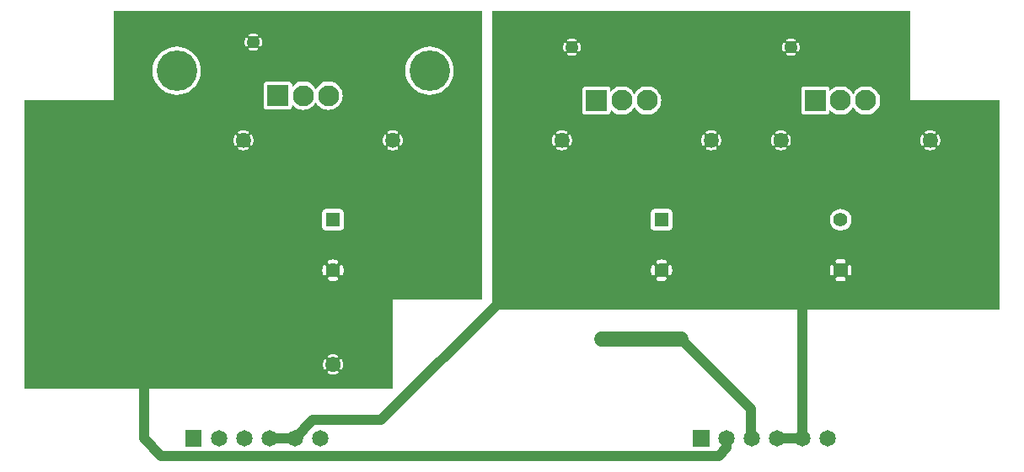
<source format=gbr>
G04 start of page 2 for group 0 idx 0 *
G04 Title: EW10A - bias supply, top *
G04 Creator: pcb 1.99z *
G04 CreationDate: Wed 13 Aug 2014 11:07:00 PM GMT UTC *
G04 For: eelco *
G04 Format: Gerber/RS-274X *
G04 PCB-Dimensions (mil): 4724.41 3149.61 *
G04 PCB-Coordinate-Origin: lower left *
%MOIN*%
%FSLAX25Y25*%
%LNTOP*%
%ADD24C,0.0400*%
%ADD23C,0.1000*%
%ADD22C,0.0472*%
%ADD21C,0.0315*%
%ADD20C,0.1339*%
%ADD19C,0.0295*%
%ADD18C,0.0492*%
%ADD17C,0.0650*%
%ADD16C,0.1600*%
%ADD15C,0.0827*%
%ADD14C,0.0551*%
%ADD13C,0.0591*%
%ADD12C,0.0394*%
%ADD11C,0.0001*%
G54D11*G36*
X203529Y251969D02*X224409D01*
Y137795D01*
X203529D01*
Y218818D01*
X203543Y218817D01*
X205034Y218934D01*
X206488Y219284D01*
X207870Y219856D01*
X209144Y220637D01*
X210282Y221608D01*
X211253Y222745D01*
X212034Y224020D01*
X212606Y225402D01*
X212955Y226856D01*
X213043Y228346D01*
X212955Y229837D01*
X212606Y231291D01*
X212034Y232673D01*
X211253Y233948D01*
X210282Y235085D01*
X209144Y236056D01*
X207870Y236837D01*
X206488Y237409D01*
X205034Y237758D01*
X203543Y237876D01*
X203529Y237875D01*
Y251969D01*
G37*
G36*
X192219D02*X203529D01*
Y237875D01*
X202053Y237758D01*
X200599Y237409D01*
X199217Y236837D01*
X197942Y236056D01*
X196805Y235085D01*
X195834Y233948D01*
X195053Y232673D01*
X194480Y231291D01*
X194131Y229837D01*
X194014Y228346D01*
X194131Y226856D01*
X194480Y225402D01*
X195053Y224020D01*
X195834Y222745D01*
X196805Y221608D01*
X197942Y220637D01*
X199217Y219856D01*
X200599Y219284D01*
X202053Y218934D01*
X203529Y218818D01*
Y137795D01*
X192219D01*
Y198688D01*
X192230Y198693D01*
X192298Y198732D01*
X192359Y198782D01*
X192412Y198840D01*
X192453Y198907D01*
X192612Y199226D01*
X192738Y199560D01*
X192833Y199903D01*
X192897Y200254D01*
X192929Y200609D01*
Y200966D01*
X192897Y201321D01*
X192833Y201672D01*
X192738Y202015D01*
X192612Y202349D01*
X192457Y202670D01*
X192414Y202736D01*
X192361Y202795D01*
X192300Y202845D01*
X192231Y202885D01*
X192219Y202890D01*
Y251969D01*
G37*
G36*
X188978D02*X192219D01*
Y202890D01*
X192158Y202913D01*
X192080Y202930D01*
X192001Y202934D01*
X191922Y202926D01*
X191846Y202906D01*
X191773Y202874D01*
X191707Y202831D01*
X191648Y202778D01*
X191598Y202716D01*
X191558Y202648D01*
X191530Y202574D01*
X191513Y202497D01*
X191509Y202418D01*
X191517Y202339D01*
X191538Y202262D01*
X191571Y202191D01*
X191690Y201953D01*
X191783Y201704D01*
X191854Y201447D01*
X191902Y201185D01*
X191926Y200920D01*
Y200654D01*
X191902Y200389D01*
X191854Y200128D01*
X191783Y199871D01*
X191690Y199622D01*
X191574Y199383D01*
X191540Y199312D01*
X191520Y199235D01*
X191512Y199157D01*
X191516Y199079D01*
X191533Y199002D01*
X191561Y198928D01*
X191601Y198860D01*
X191650Y198799D01*
X191709Y198746D01*
X191775Y198704D01*
X191847Y198672D01*
X191923Y198652D01*
X192001Y198643D01*
X192080Y198648D01*
X192157Y198664D01*
X192219Y198688D01*
Y137795D01*
X188978D01*
Y196835D01*
X189155D01*
X189510Y196867D01*
X189861Y196931D01*
X190204Y197026D01*
X190538Y197152D01*
X190859Y197307D01*
X190925Y197350D01*
X190984Y197402D01*
X191034Y197464D01*
X191074Y197532D01*
X191102Y197606D01*
X191119Y197684D01*
X191123Y197763D01*
X191115Y197841D01*
X191095Y197918D01*
X191063Y197990D01*
X191020Y198057D01*
X190967Y198116D01*
X190905Y198166D01*
X190837Y198205D01*
X190763Y198234D01*
X190686Y198250D01*
X190607Y198255D01*
X190528Y198247D01*
X190451Y198226D01*
X190380Y198193D01*
X190142Y198074D01*
X189893Y197980D01*
X189636Y197909D01*
X189374Y197862D01*
X189109Y197838D01*
X188978D01*
Y203737D01*
X189109D01*
X189374Y203713D01*
X189636Y203666D01*
X189893Y203594D01*
X190142Y203501D01*
X190381Y203385D01*
X190452Y203351D01*
X190528Y203331D01*
X190607Y203323D01*
X190685Y203327D01*
X190762Y203344D01*
X190836Y203372D01*
X190904Y203412D01*
X190965Y203461D01*
X191017Y203520D01*
X191060Y203586D01*
X191092Y203658D01*
X191112Y203734D01*
X191120Y203812D01*
X191116Y203891D01*
X191100Y203968D01*
X191071Y204041D01*
X191032Y204109D01*
X190982Y204170D01*
X190924Y204223D01*
X190857Y204264D01*
X190538Y204423D01*
X190204Y204549D01*
X189861Y204644D01*
X189510Y204708D01*
X189155Y204740D01*
X188978D01*
Y251969D01*
G37*
G36*
X185734D02*X188978D01*
Y204740D01*
X188798D01*
X188443Y204708D01*
X188092Y204644D01*
X187749Y204549D01*
X187415Y204423D01*
X187094Y204268D01*
X187027Y204225D01*
X186968Y204172D01*
X186919Y204111D01*
X186879Y204042D01*
X186850Y203969D01*
X186834Y203891D01*
X186829Y203812D01*
X186838Y203733D01*
X186858Y203657D01*
X186890Y203584D01*
X186933Y203518D01*
X186986Y203459D01*
X187047Y203409D01*
X187116Y203369D01*
X187190Y203341D01*
X187267Y203324D01*
X187346Y203320D01*
X187425Y203328D01*
X187501Y203349D01*
X187573Y203382D01*
X187811Y203501D01*
X188060Y203594D01*
X188317Y203666D01*
X188578Y203713D01*
X188843Y203737D01*
X188978D01*
Y197838D01*
X188843D01*
X188578Y197862D01*
X188317Y197909D01*
X188060Y197980D01*
X187811Y198074D01*
X187572Y198190D01*
X187500Y198223D01*
X187424Y198244D01*
X187346Y198252D01*
X187268Y198248D01*
X187191Y198231D01*
X187117Y198203D01*
X187049Y198163D01*
X186988Y198114D01*
X186935Y198055D01*
X186893Y197989D01*
X186861Y197917D01*
X186841Y197841D01*
X186832Y197763D01*
X186837Y197684D01*
X186853Y197607D01*
X186882Y197534D01*
X186921Y197466D01*
X186971Y197405D01*
X187029Y197352D01*
X187096Y197311D01*
X187415Y197152D01*
X187749Y197026D01*
X188092Y196931D01*
X188443Y196867D01*
X188798Y196835D01*
X188978D01*
Y137795D01*
X188976D01*
Y102362D01*
X185734D01*
Y198685D01*
X185795Y198661D01*
X185873Y198645D01*
X185952Y198640D01*
X186030Y198649D01*
X186107Y198669D01*
X186179Y198701D01*
X186246Y198744D01*
X186305Y198797D01*
X186355Y198858D01*
X186394Y198927D01*
X186423Y199001D01*
X186439Y199078D01*
X186444Y199157D01*
X186436Y199236D01*
X186415Y199313D01*
X186382Y199384D01*
X186263Y199622D01*
X186169Y199871D01*
X186098Y200128D01*
X186051Y200389D01*
X186027Y200654D01*
Y200920D01*
X186051Y201185D01*
X186098Y201447D01*
X186169Y201704D01*
X186263Y201953D01*
X186379Y202192D01*
X186412Y202263D01*
X186433Y202339D01*
X186441Y202418D01*
X186436Y202496D01*
X186420Y202573D01*
X186392Y202647D01*
X186352Y202715D01*
X186303Y202776D01*
X186244Y202828D01*
X186178Y202871D01*
X186106Y202903D01*
X186030Y202923D01*
X185952Y202931D01*
X185873Y202927D01*
X185796Y202911D01*
X185734Y202886D01*
Y251969D01*
G37*
G36*
X168597D02*X185734D01*
Y202886D01*
X185723Y202882D01*
X185655Y202843D01*
X185593Y202793D01*
X185541Y202735D01*
X185500Y202668D01*
X185341Y202349D01*
X185215Y202015D01*
X185120Y201672D01*
X185056Y201321D01*
X185024Y200966D01*
Y200609D01*
X185056Y200254D01*
X185120Y199903D01*
X185215Y199560D01*
X185341Y199226D01*
X185496Y198905D01*
X185539Y198838D01*
X185591Y198779D01*
X185653Y198730D01*
X185721Y198690D01*
X185734Y198685D01*
Y102362D01*
X168597D01*
Y109909D01*
X168608Y109913D01*
X168676Y109952D01*
X168737Y110002D01*
X168790Y110061D01*
X168831Y110128D01*
X168990Y110447D01*
X169116Y110780D01*
X169211Y111124D01*
X169275Y111475D01*
X169307Y111830D01*
Y112186D01*
X169275Y112541D01*
X169211Y112892D01*
X169116Y113236D01*
X168990Y113569D01*
X168835Y113890D01*
X168792Y113957D01*
X168739Y114016D01*
X168678Y114066D01*
X168609Y114105D01*
X168597Y114110D01*
Y147314D01*
X168606Y147313D01*
X168724Y147317D01*
X168840Y147339D01*
X168951Y147380D01*
X169054Y147437D01*
X169147Y147510D01*
X169227Y147596D01*
X169293Y147694D01*
X169341Y147802D01*
X169462Y148163D01*
X169547Y148534D01*
X169597Y148911D01*
X169614Y149291D01*
X169597Y149672D01*
X169547Y150049D01*
X169462Y150420D01*
X169345Y150782D01*
X169296Y150890D01*
X169230Y150988D01*
X169149Y151075D01*
X169055Y151148D01*
X168952Y151205D01*
X168840Y151246D01*
X168724Y151269D01*
X168606Y151273D01*
X168597Y151272D01*
Y165113D01*
X168793Y165195D01*
X168995Y165318D01*
X169174Y165472D01*
X169328Y165651D01*
X169451Y165852D01*
X169541Y166070D01*
X169596Y166300D01*
X169610Y166535D01*
X169596Y172283D01*
X169541Y172512D01*
X169451Y172730D01*
X169328Y172932D01*
X169174Y173111D01*
X168995Y173265D01*
X168793Y173388D01*
X168597Y173469D01*
Y215983D01*
X168918Y216758D01*
X169125Y217620D01*
X169177Y218504D01*
X169125Y219388D01*
X168918Y220250D01*
X168597Y221025D01*
Y251969D01*
G37*
G36*
Y173469D02*X168575Y173478D01*
X168346Y173533D01*
X168110Y173547D01*
X165356Y173541D01*
Y213157D01*
X166109Y213469D01*
X166865Y213932D01*
X167539Y214508D01*
X168115Y215182D01*
X168579Y215938D01*
X168597Y215983D01*
Y173469D01*
G37*
G36*
Y102362D02*X165356D01*
Y108055D01*
X165533D01*
X165888Y108087D01*
X166238Y108151D01*
X166582Y108246D01*
X166916Y108372D01*
X167237Y108528D01*
X167303Y108570D01*
X167362Y108623D01*
X167412Y108684D01*
X167452Y108753D01*
X167480Y108827D01*
X167497Y108904D01*
X167501Y108983D01*
X167493Y109062D01*
X167473Y109138D01*
X167441Y109211D01*
X167398Y109277D01*
X167345Y109336D01*
X167283Y109386D01*
X167215Y109426D01*
X167141Y109454D01*
X167064Y109471D01*
X166984Y109475D01*
X166906Y109467D01*
X166829Y109447D01*
X166758Y109413D01*
X166519Y109295D01*
X166271Y109201D01*
X166014Y109130D01*
X165752Y109082D01*
X165487Y109058D01*
X165356D01*
Y114958D01*
X165487D01*
X165752Y114934D01*
X166014Y114886D01*
X166271Y114815D01*
X166519Y114721D01*
X166759Y114605D01*
X166830Y114572D01*
X166906Y114552D01*
X166985Y114544D01*
X167063Y114548D01*
X167140Y114564D01*
X167214Y114593D01*
X167282Y114632D01*
X167343Y114682D01*
X167395Y114740D01*
X167438Y114806D01*
X167470Y114878D01*
X167490Y114954D01*
X167498Y115033D01*
X167494Y115111D01*
X167478Y115188D01*
X167449Y115262D01*
X167410Y115330D01*
X167360Y115391D01*
X167302Y115443D01*
X167235Y115485D01*
X166916Y115644D01*
X166582Y115769D01*
X166238Y115865D01*
X165888Y115929D01*
X165533Y115961D01*
X165356D01*
Y145031D01*
X165735Y145048D01*
X166112Y145099D01*
X166483Y145183D01*
X166845Y145301D01*
X166953Y145350D01*
X167051Y145416D01*
X167138Y145497D01*
X167211Y145590D01*
X167268Y145694D01*
X167309Y145805D01*
X167332Y145922D01*
X167336Y146040D01*
X167321Y146158D01*
X167289Y146271D01*
X167239Y146379D01*
X167172Y146477D01*
X167092Y146564D01*
X166998Y146637D01*
X166895Y146694D01*
X166783Y146735D01*
X166667Y146757D01*
X166549Y146762D01*
X166431Y146747D01*
X166318Y146712D01*
X166085Y146634D01*
X165844Y146579D01*
X165600Y146546D01*
X165356Y146536D01*
Y152047D01*
X165600Y152036D01*
X165844Y152003D01*
X166085Y151949D01*
X166319Y151873D01*
X166432Y151838D01*
X166549Y151824D01*
X166667Y151828D01*
X166783Y151851D01*
X166893Y151891D01*
X166997Y151948D01*
X167090Y152021D01*
X167170Y152107D01*
X167236Y152205D01*
X167286Y152312D01*
X167319Y152426D01*
X167333Y152543D01*
X167329Y152661D01*
X167306Y152777D01*
X167266Y152888D01*
X167209Y152991D01*
X167136Y153084D01*
X167050Y153164D01*
X166952Y153230D01*
X166844Y153278D01*
X166483Y153399D01*
X166112Y153484D01*
X165735Y153534D01*
X165356Y153551D01*
Y165042D01*
X168346Y165049D01*
X168575Y165104D01*
X168597Y165113D01*
Y151272D01*
X168488Y151258D01*
X168374Y151226D01*
X168267Y151176D01*
X168169Y151109D01*
X168082Y151029D01*
X168009Y150935D01*
X167952Y150832D01*
X167911Y150720D01*
X167888Y150604D01*
X167884Y150486D01*
X167899Y150368D01*
X167933Y150255D01*
X168012Y150022D01*
X168066Y149781D01*
X168099Y149537D01*
X168110Y149291D01*
X168099Y149045D01*
X168066Y148801D01*
X168012Y148561D01*
X167936Y148327D01*
X167901Y148214D01*
X167887Y148097D01*
X167891Y147979D01*
X167914Y147863D01*
X167954Y147752D01*
X168011Y147649D01*
X168084Y147556D01*
X168170Y147475D01*
X168268Y147409D01*
X168375Y147360D01*
X168489Y147327D01*
X168597Y147314D01*
Y114110D01*
X168535Y114134D01*
X168458Y114151D01*
X168379Y114155D01*
X168300Y114147D01*
X168224Y114126D01*
X168151Y114094D01*
X168085Y114051D01*
X168026Y113998D01*
X167976Y113937D01*
X167936Y113868D01*
X167908Y113794D01*
X167891Y113717D01*
X167887Y113638D01*
X167895Y113559D01*
X167915Y113483D01*
X167949Y113411D01*
X168067Y113173D01*
X168161Y112924D01*
X168232Y112668D01*
X168280Y112406D01*
X168304Y112141D01*
Y111875D01*
X168280Y111610D01*
X168232Y111348D01*
X168161Y111092D01*
X168067Y110843D01*
X167952Y110603D01*
X167918Y110532D01*
X167898Y110456D01*
X167890Y110378D01*
X167894Y110299D01*
X167911Y110222D01*
X167939Y110149D01*
X167979Y110081D01*
X168028Y110020D01*
X168087Y109967D01*
X168153Y109924D01*
X168225Y109892D01*
X168301Y109872D01*
X168379Y109864D01*
X168458Y109868D01*
X168535Y109885D01*
X168597Y109909D01*
Y102362D01*
G37*
G36*
X165356Y251969D02*X168597D01*
Y221025D01*
X168579Y221070D01*
X168115Y221826D01*
X167539Y222500D01*
X166865Y223076D01*
X166109Y223539D01*
X165356Y223851D01*
Y251969D01*
G37*
G36*
X162112Y165113D02*X162133Y165104D01*
X162363Y165049D01*
X162598Y165035D01*
X165356Y165042D01*
Y153551D01*
X165354Y153551D01*
X164974Y153534D01*
X164597Y153484D01*
X164226Y153399D01*
X163863Y153282D01*
X163756Y153233D01*
X163657Y153167D01*
X163571Y153086D01*
X163498Y152992D01*
X163440Y152889D01*
X163400Y152777D01*
X163377Y152661D01*
X163373Y152543D01*
X163387Y152425D01*
X163420Y152311D01*
X163470Y152204D01*
X163536Y152106D01*
X163617Y152019D01*
X163710Y151946D01*
X163814Y151889D01*
X163925Y151848D01*
X164042Y151825D01*
X164160Y151821D01*
X164278Y151836D01*
X164391Y151870D01*
X164624Y151949D01*
X164864Y152003D01*
X165108Y152036D01*
X165354Y152047D01*
X165356Y152047D01*
Y146536D01*
X165354Y146535D01*
X165108Y146546D01*
X164864Y146579D01*
X164624Y146634D01*
X164390Y146710D01*
X164277Y146744D01*
X164160Y146759D01*
X164042Y146755D01*
X163926Y146732D01*
X163815Y146692D01*
X163712Y146634D01*
X163619Y146562D01*
X163538Y146475D01*
X163472Y146377D01*
X163423Y146270D01*
X163390Y146157D01*
X163376Y146040D01*
X163380Y145922D01*
X163402Y145806D01*
X163443Y145695D01*
X163500Y145592D01*
X163573Y145499D01*
X163659Y145418D01*
X163757Y145352D01*
X163865Y145305D01*
X164226Y145183D01*
X164597Y145099D01*
X164974Y145048D01*
X165354Y145031D01*
X165356Y145031D01*
Y115961D01*
X165176D01*
X164821Y115929D01*
X164470Y115865D01*
X164127Y115769D01*
X163793Y115644D01*
X163472Y115488D01*
X163405Y115446D01*
X163346Y115393D01*
X163296Y115331D01*
X163257Y115263D01*
X163228Y115189D01*
X163212Y115112D01*
X163207Y115033D01*
X163216Y114954D01*
X163236Y114877D01*
X163268Y114805D01*
X163311Y114738D01*
X163364Y114680D01*
X163425Y114630D01*
X163494Y114590D01*
X163568Y114561D01*
X163645Y114545D01*
X163724Y114541D01*
X163803Y114549D01*
X163879Y114569D01*
X163951Y114602D01*
X164189Y114721D01*
X164438Y114815D01*
X164695Y114886D01*
X164956Y114934D01*
X165221Y114958D01*
X165356D01*
Y109058D01*
X165221D01*
X164956Y109082D01*
X164695Y109130D01*
X164438Y109201D01*
X164189Y109295D01*
X163950Y109411D01*
X163878Y109444D01*
X163802Y109464D01*
X163724Y109472D01*
X163646Y109468D01*
X163569Y109451D01*
X163495Y109423D01*
X163427Y109384D01*
X163366Y109334D01*
X163313Y109275D01*
X163271Y109209D01*
X163239Y109137D01*
X163219Y109061D01*
X163210Y108983D01*
X163215Y108905D01*
X163231Y108828D01*
X163259Y108754D01*
X163299Y108686D01*
X163349Y108625D01*
X163407Y108572D01*
X163474Y108531D01*
X163793Y108372D01*
X164127Y108246D01*
X164470Y108151D01*
X164821Y108087D01*
X165176Y108055D01*
X165356D01*
Y102362D01*
X162112D01*
Y109906D01*
X162173Y109882D01*
X162251Y109865D01*
X162330Y109861D01*
X162408Y109869D01*
X162485Y109889D01*
X162557Y109922D01*
X162624Y109965D01*
X162683Y110017D01*
X162733Y110079D01*
X162772Y110147D01*
X162801Y110221D01*
X162817Y110299D01*
X162822Y110378D01*
X162814Y110456D01*
X162793Y110533D01*
X162760Y110605D01*
X162641Y110843D01*
X162547Y111092D01*
X162476Y111348D01*
X162429Y111610D01*
X162405Y111875D01*
Y112141D01*
X162429Y112406D01*
X162476Y112668D01*
X162547Y112924D01*
X162641Y113173D01*
X162757Y113413D01*
X162790Y113484D01*
X162811Y113560D01*
X162819Y113638D01*
X162814Y113717D01*
X162798Y113794D01*
X162770Y113867D01*
X162730Y113935D01*
X162681Y113996D01*
X162622Y114049D01*
X162556Y114092D01*
X162484Y114123D01*
X162408Y114144D01*
X162330Y114152D01*
X162251Y114148D01*
X162174Y114131D01*
X162112Y114107D01*
Y147311D01*
X162221Y147324D01*
X162334Y147357D01*
X162442Y147407D01*
X162540Y147473D01*
X162627Y147554D01*
X162700Y147647D01*
X162757Y147751D01*
X162798Y147862D01*
X162820Y147979D01*
X162825Y148097D01*
X162810Y148215D01*
X162775Y148328D01*
X162697Y148561D01*
X162642Y148801D01*
X162609Y149045D01*
X162598Y149291D01*
X162609Y149537D01*
X162642Y149781D01*
X162697Y150022D01*
X162773Y150256D01*
X162807Y150369D01*
X162822Y150486D01*
X162818Y150604D01*
X162795Y150720D01*
X162755Y150830D01*
X162697Y150934D01*
X162625Y151027D01*
X162538Y151107D01*
X162440Y151173D01*
X162333Y151223D01*
X162220Y151256D01*
X162112Y151269D01*
Y165113D01*
G37*
G36*
Y213054D02*X162659Y212922D01*
X163543Y212853D01*
X164427Y212922D01*
X165290Y213129D01*
X165356Y213157D01*
Y173541D01*
X162363Y173533D01*
X162133Y173478D01*
X162112Y173469D01*
Y213054D01*
G37*
G36*
Y251969D02*X165356D01*
Y223851D01*
X165290Y223879D01*
X164427Y224086D01*
X163543Y224155D01*
X162659Y224086D01*
X162112Y223954D01*
Y251969D01*
G37*
G36*
X136673D02*X162112D01*
Y223954D01*
X161797Y223879D01*
X160978Y223539D01*
X160222Y223076D01*
X159547Y222500D01*
X158971Y221826D01*
X158543Y221127D01*
X158115Y221826D01*
X157539Y222500D01*
X156865Y223076D01*
X156109Y223539D01*
X155290Y223879D01*
X154427Y224086D01*
X153543Y224155D01*
X152659Y224086D01*
X151797Y223879D01*
X150978Y223539D01*
X150222Y223076D01*
X149547Y222500D01*
X149165Y222052D01*
X149163Y222873D01*
X149108Y223103D01*
X149018Y223321D01*
X148894Y223522D01*
X148741Y223702D01*
X148562Y223855D01*
X148360Y223978D01*
X148142Y224069D01*
X147913Y224124D01*
X147677Y224138D01*
X139174Y224124D01*
X138944Y224069D01*
X138726Y223978D01*
X138525Y223855D01*
X138346Y223702D01*
X138192Y223522D01*
X138069Y223321D01*
X137978Y223103D01*
X137923Y222873D01*
X137909Y222638D01*
X137923Y214135D01*
X137978Y213905D01*
X138069Y213687D01*
X138192Y213486D01*
X138346Y213306D01*
X138525Y213153D01*
X138726Y213029D01*
X138944Y212939D01*
X139174Y212884D01*
X139409Y212870D01*
X147913Y212884D01*
X148142Y212939D01*
X148360Y213029D01*
X148562Y213153D01*
X148741Y213306D01*
X148894Y213486D01*
X149018Y213687D01*
X149108Y213905D01*
X149163Y214135D01*
X149177Y214370D01*
X149176Y214942D01*
X149547Y214508D01*
X150222Y213932D01*
X150978Y213469D01*
X151797Y213129D01*
X152659Y212922D01*
X153543Y212853D01*
X154427Y212922D01*
X155290Y213129D01*
X156109Y213469D01*
X156865Y213932D01*
X157539Y214508D01*
X158115Y215182D01*
X158543Y215881D01*
X158971Y215182D01*
X159547Y214508D01*
X160222Y213932D01*
X160978Y213469D01*
X161797Y213129D01*
X162112Y213054D01*
Y173469D01*
X161915Y173388D01*
X161714Y173265D01*
X161534Y173111D01*
X161381Y172932D01*
X161258Y172730D01*
X161167Y172512D01*
X161112Y172283D01*
X161098Y172047D01*
X161112Y166300D01*
X161167Y166070D01*
X161258Y165852D01*
X161381Y165651D01*
X161534Y165472D01*
X161714Y165318D01*
X161915Y165195D01*
X162112Y165113D01*
Y151269D01*
X162103Y151270D01*
X161985Y151266D01*
X161869Y151243D01*
X161758Y151203D01*
X161655Y151146D01*
X161562Y151073D01*
X161481Y150987D01*
X161415Y150889D01*
X161368Y150781D01*
X161246Y150420D01*
X161162Y150049D01*
X161111Y149672D01*
X161094Y149291D01*
X161111Y148911D01*
X161162Y148534D01*
X161246Y148163D01*
X161364Y147800D01*
X161413Y147693D01*
X161479Y147594D01*
X161560Y147508D01*
X161653Y147435D01*
X161757Y147377D01*
X161868Y147337D01*
X161984Y147314D01*
X162103Y147310D01*
X162112Y147311D01*
Y114107D01*
X162101Y114103D01*
X162033Y114063D01*
X161971Y114014D01*
X161919Y113955D01*
X161877Y113888D01*
X161719Y113569D01*
X161593Y113236D01*
X161498Y112892D01*
X161434Y112541D01*
X161402Y112186D01*
Y111830D01*
X161434Y111475D01*
X161498Y111124D01*
X161593Y110780D01*
X161719Y110447D01*
X161874Y110126D01*
X161916Y110059D01*
X161969Y110000D01*
X162031Y109950D01*
X162099Y109910D01*
X162112Y109906D01*
Y102362D01*
X136673D01*
Y237905D01*
X136693Y237911D01*
X136765Y237943D01*
X136831Y237985D01*
X136890Y238038D01*
X136940Y238099D01*
X136978Y238167D01*
X137103Y238451D01*
X137198Y238746D01*
X137267Y239048D01*
X137308Y239356D01*
X137322Y239665D01*
X137308Y239975D01*
X137267Y240282D01*
X137198Y240585D01*
X137103Y240880D01*
X136981Y241165D01*
X136942Y241233D01*
X136892Y241295D01*
X136833Y241347D01*
X136767Y241390D01*
X136694Y241422D01*
X136673Y241428D01*
Y251969D01*
G37*
G36*
X133164D02*X136673D01*
Y241428D01*
X136618Y241443D01*
X136539Y241451D01*
X136460Y241446D01*
X136383Y241430D01*
X136309Y241401D01*
X136241Y241361D01*
X136179Y241312D01*
X136127Y241253D01*
X136084Y241186D01*
X136052Y241114D01*
X136031Y241037D01*
X136023Y240959D01*
X136028Y240880D01*
X136044Y240802D01*
X136074Y240729D01*
X136163Y240528D01*
X136231Y240318D01*
X136280Y240104D01*
X136309Y239885D01*
X136319Y239665D01*
X136309Y239445D01*
X136280Y239227D01*
X136231Y239012D01*
X136163Y238803D01*
X136076Y238600D01*
X136047Y238528D01*
X136030Y238451D01*
X136026Y238372D01*
X136034Y238294D01*
X136054Y238218D01*
X136086Y238146D01*
X136129Y238080D01*
X136181Y238021D01*
X136242Y237971D01*
X136310Y237932D01*
X136384Y237903D01*
X136460Y237887D01*
X136539Y237882D01*
X136617Y237891D01*
X136673Y237905D01*
Y102362D01*
X133164D01*
Y198688D01*
X133175Y198693D01*
X133243Y198732D01*
X133304Y198782D01*
X133357Y198840D01*
X133398Y198907D01*
X133557Y199226D01*
X133683Y199560D01*
X133778Y199903D01*
X133842Y200254D01*
X133874Y200609D01*
Y200966D01*
X133842Y201321D01*
X133778Y201672D01*
X133683Y202015D01*
X133557Y202349D01*
X133402Y202670D01*
X133359Y202736D01*
X133306Y202795D01*
X133245Y202845D01*
X133176Y202885D01*
X133164Y202890D01*
Y236274D01*
X133241Y236257D01*
X133549Y236215D01*
X133858Y236201D01*
X134168Y236215D01*
X134475Y236257D01*
X134778Y236325D01*
X135072Y236421D01*
X135358Y236543D01*
X135426Y236582D01*
X135488Y236632D01*
X135540Y236691D01*
X135583Y236757D01*
X135615Y236829D01*
X135636Y236906D01*
X135644Y236985D01*
X135639Y237063D01*
X135623Y237141D01*
X135594Y237215D01*
X135554Y237283D01*
X135504Y237344D01*
X135446Y237397D01*
X135379Y237440D01*
X135307Y237472D01*
X135230Y237492D01*
X135152Y237500D01*
X135073Y237496D01*
X134995Y237479D01*
X134922Y237449D01*
X134721Y237361D01*
X134511Y237293D01*
X134296Y237244D01*
X134078Y237215D01*
X133858Y237205D01*
X133638Y237215D01*
X133420Y237244D01*
X133205Y237293D01*
X133164Y237306D01*
Y242024D01*
X133205Y242038D01*
X133420Y242087D01*
X133638Y242116D01*
X133858Y242126D01*
X134078Y242116D01*
X134296Y242087D01*
X134511Y242038D01*
X134721Y241970D01*
X134923Y241884D01*
X134996Y241854D01*
X135073Y241837D01*
X135152Y241833D01*
X135230Y241841D01*
X135306Y241861D01*
X135378Y241893D01*
X135444Y241936D01*
X135503Y241988D01*
X135552Y242049D01*
X135592Y242117D01*
X135620Y242191D01*
X135637Y242268D01*
X135641Y242346D01*
X135633Y242424D01*
X135613Y242500D01*
X135581Y242572D01*
X135538Y242639D01*
X135486Y242697D01*
X135425Y242747D01*
X135356Y242785D01*
X135072Y242910D01*
X134778Y243005D01*
X134475Y243074D01*
X134168Y243116D01*
X133858Y243129D01*
X133549Y243116D01*
X133241Y243074D01*
X133164Y243056D01*
Y251969D01*
G37*
G36*
X131044D02*X133164D01*
Y243056D01*
X132939Y243005D01*
X132644Y242910D01*
X132359Y242788D01*
X132290Y242749D01*
X132229Y242699D01*
X132176Y242640D01*
X132133Y242574D01*
X132101Y242501D01*
X132081Y242425D01*
X132073Y242346D01*
X132077Y242267D01*
X132094Y242190D01*
X132122Y242116D01*
X132162Y242048D01*
X132212Y241986D01*
X132271Y241934D01*
X132337Y241891D01*
X132410Y241859D01*
X132486Y241838D01*
X132565Y241830D01*
X132644Y241835D01*
X132721Y241851D01*
X132794Y241881D01*
X132996Y241970D01*
X133164Y242024D01*
Y237306D01*
X132996Y237361D01*
X132793Y237447D01*
X132720Y237477D01*
X132644Y237494D01*
X132565Y237498D01*
X132487Y237490D01*
X132411Y237470D01*
X132339Y237438D01*
X132273Y237395D01*
X132214Y237343D01*
X132164Y237282D01*
X132125Y237214D01*
X132096Y237140D01*
X132080Y237063D01*
X132075Y236985D01*
X132083Y236906D01*
X132104Y236830D01*
X132135Y236758D01*
X132178Y236692D01*
X132231Y236634D01*
X132292Y236584D01*
X132360Y236546D01*
X132644Y236421D01*
X132939Y236325D01*
X133164Y236274D01*
Y202890D01*
X133102Y202913D01*
X133025Y202930D01*
X132946Y202934D01*
X132867Y202926D01*
X132791Y202906D01*
X132718Y202874D01*
X132652Y202831D01*
X132593Y202778D01*
X132543Y202716D01*
X132503Y202648D01*
X132475Y202574D01*
X132458Y202497D01*
X132454Y202418D01*
X132462Y202339D01*
X132482Y202262D01*
X132516Y202191D01*
X132634Y201953D01*
X132728Y201704D01*
X132799Y201447D01*
X132847Y201185D01*
X132871Y200920D01*
Y200654D01*
X132847Y200389D01*
X132799Y200128D01*
X132728Y199871D01*
X132634Y199622D01*
X132519Y199383D01*
X132485Y199312D01*
X132465Y199235D01*
X132457Y199157D01*
X132461Y199079D01*
X132478Y199002D01*
X132506Y198928D01*
X132545Y198860D01*
X132595Y198799D01*
X132654Y198746D01*
X132720Y198704D01*
X132792Y198672D01*
X132868Y198652D01*
X132946Y198643D01*
X133025Y198648D01*
X133102Y198664D01*
X133164Y198688D01*
Y102362D01*
X131044D01*
Y196997D01*
X131149Y197026D01*
X131483Y197152D01*
X131804Y197307D01*
X131870Y197350D01*
X131929Y197402D01*
X131979Y197464D01*
X132019Y197532D01*
X132047Y197606D01*
X132064Y197684D01*
X132068Y197763D01*
X132060Y197841D01*
X132040Y197918D01*
X132008Y197990D01*
X131965Y198057D01*
X131912Y198116D01*
X131850Y198166D01*
X131782Y198205D01*
X131708Y198234D01*
X131630Y198250D01*
X131551Y198255D01*
X131473Y198247D01*
X131396Y198226D01*
X131324Y198193D01*
X131086Y198074D01*
X131044Y198058D01*
Y203517D01*
X131086Y203501D01*
X131326Y203385D01*
X131397Y203351D01*
X131473Y203331D01*
X131551Y203323D01*
X131630Y203327D01*
X131707Y203344D01*
X131780Y203372D01*
X131849Y203412D01*
X131910Y203461D01*
X131962Y203520D01*
X132005Y203586D01*
X132037Y203658D01*
X132057Y203734D01*
X132065Y203812D01*
X132061Y203891D01*
X132044Y203968D01*
X132016Y204041D01*
X131977Y204109D01*
X131927Y204170D01*
X131868Y204223D01*
X131802Y204264D01*
X131483Y204423D01*
X131149Y204549D01*
X131044Y204578D01*
Y237903D01*
X131099Y237888D01*
X131177Y237880D01*
X131256Y237884D01*
X131334Y237901D01*
X131407Y237930D01*
X131476Y237969D01*
X131537Y238019D01*
X131590Y238078D01*
X131633Y238145D01*
X131665Y238217D01*
X131685Y238293D01*
X131693Y238372D01*
X131689Y238451D01*
X131672Y238528D01*
X131642Y238601D01*
X131554Y238803D01*
X131486Y239012D01*
X131437Y239227D01*
X131407Y239445D01*
X131398Y239665D01*
X131407Y239885D01*
X131437Y240104D01*
X131486Y240318D01*
X131554Y240528D01*
X131640Y240730D01*
X131670Y240803D01*
X131686Y240880D01*
X131691Y240959D01*
X131683Y241037D01*
X131663Y241113D01*
X131631Y241185D01*
X131588Y241251D01*
X131536Y241310D01*
X131474Y241359D01*
X131406Y241399D01*
X131333Y241427D01*
X131256Y241444D01*
X131177Y241448D01*
X131099Y241440D01*
X131044Y241425D01*
Y251969D01*
G37*
G36*
Y198058D02*X130837Y197980D01*
X130581Y197909D01*
X130319Y197862D01*
X130054Y197838D01*
X129923D01*
Y203737D01*
X130054D01*
X130319Y203713D01*
X130581Y203666D01*
X130837Y203594D01*
X131044Y203517D01*
Y198058D01*
G37*
G36*
Y102362D02*X129923D01*
Y196835D01*
X130100D01*
X130455Y196867D01*
X130805Y196931D01*
X131044Y196997D01*
Y102362D01*
G37*
G36*
X129923Y251969D02*X131044D01*
Y241425D01*
X131023Y241420D01*
X130951Y241388D01*
X130885Y241345D01*
X130826Y241293D01*
X130777Y241232D01*
X130739Y241163D01*
X130614Y240880D01*
X130518Y240585D01*
X130450Y240282D01*
X130408Y239975D01*
X130394Y239665D01*
X130408Y239356D01*
X130450Y239048D01*
X130518Y238746D01*
X130614Y238451D01*
X130735Y238166D01*
X130775Y238097D01*
X130825Y238036D01*
X130884Y237983D01*
X130950Y237940D01*
X131022Y237908D01*
X131044Y237903D01*
Y204578D01*
X130805Y204644D01*
X130455Y204708D01*
X130100Y204740D01*
X129923D01*
Y251969D01*
G37*
G36*
X126679D02*X129923D01*
Y204740D01*
X129743D01*
X129388Y204708D01*
X129037Y204644D01*
X128694Y204549D01*
X128360Y204423D01*
X128039Y204268D01*
X127972Y204225D01*
X127913Y204172D01*
X127863Y204111D01*
X127824Y204042D01*
X127795Y203969D01*
X127779Y203891D01*
X127774Y203812D01*
X127782Y203733D01*
X127803Y203657D01*
X127835Y203584D01*
X127878Y203518D01*
X127931Y203459D01*
X127992Y203409D01*
X128061Y203369D01*
X128135Y203341D01*
X128212Y203324D01*
X128291Y203320D01*
X128370Y203328D01*
X128446Y203349D01*
X128518Y203382D01*
X128756Y203501D01*
X129005Y203594D01*
X129261Y203666D01*
X129523Y203713D01*
X129788Y203737D01*
X129923D01*
Y197838D01*
X129788D01*
X129523Y197862D01*
X129261Y197909D01*
X129005Y197980D01*
X128756Y198074D01*
X128517Y198190D01*
X128445Y198223D01*
X128369Y198244D01*
X128291Y198252D01*
X128212Y198248D01*
X128136Y198231D01*
X128062Y198203D01*
X127994Y198163D01*
X127933Y198114D01*
X127880Y198055D01*
X127838Y197989D01*
X127806Y197917D01*
X127785Y197841D01*
X127777Y197763D01*
X127782Y197684D01*
X127798Y197607D01*
X127826Y197534D01*
X127866Y197466D01*
X127916Y197405D01*
X127974Y197352D01*
X128041Y197311D01*
X128360Y197152D01*
X128694Y197026D01*
X129037Y196931D01*
X129388Y196867D01*
X129743Y196835D01*
X129923D01*
Y102362D01*
X126679D01*
Y198685D01*
X126740Y198661D01*
X126818Y198645D01*
X126897Y198640D01*
X126975Y198649D01*
X127052Y198669D01*
X127124Y198701D01*
X127191Y198744D01*
X127250Y198797D01*
X127300Y198858D01*
X127339Y198927D01*
X127368Y199001D01*
X127384Y199078D01*
X127389Y199157D01*
X127380Y199236D01*
X127360Y199313D01*
X127327Y199384D01*
X127208Y199622D01*
X127114Y199871D01*
X127043Y200128D01*
X126995Y200389D01*
X126971Y200654D01*
Y200920D01*
X126995Y201185D01*
X127043Y201447D01*
X127114Y201704D01*
X127208Y201953D01*
X127324Y202192D01*
X127357Y202263D01*
X127378Y202339D01*
X127386Y202418D01*
X127381Y202496D01*
X127365Y202573D01*
X127337Y202647D01*
X127297Y202715D01*
X127247Y202776D01*
X127189Y202828D01*
X127123Y202871D01*
X127051Y202903D01*
X126975Y202923D01*
X126897Y202931D01*
X126818Y202927D01*
X126741Y202911D01*
X126679Y202886D01*
Y251969D01*
G37*
G36*
X103529D02*X126679D01*
Y202886D01*
X126668Y202882D01*
X126599Y202843D01*
X126538Y202793D01*
X126486Y202735D01*
X126444Y202668D01*
X126286Y202349D01*
X126160Y202015D01*
X126065Y201672D01*
X126001Y201321D01*
X125969Y200966D01*
Y200609D01*
X126001Y200254D01*
X126065Y199903D01*
X126160Y199560D01*
X126286Y199226D01*
X126441Y198905D01*
X126483Y198838D01*
X126536Y198779D01*
X126598Y198730D01*
X126666Y198690D01*
X126679Y198685D01*
Y102362D01*
X103529D01*
Y218818D01*
X103543Y218817D01*
X105034Y218934D01*
X106488Y219284D01*
X107870Y219856D01*
X109144Y220637D01*
X110282Y221608D01*
X111253Y222745D01*
X112034Y224020D01*
X112606Y225402D01*
X112955Y226856D01*
X113043Y228346D01*
X112955Y229837D01*
X112606Y231291D01*
X112034Y232673D01*
X111253Y233948D01*
X110282Y235085D01*
X109144Y236056D01*
X107870Y236837D01*
X106488Y237409D01*
X105034Y237758D01*
X103543Y237876D01*
X103529Y237875D01*
Y251969D01*
G37*
G36*
X78740D02*X103529D01*
Y237875D01*
X102053Y237758D01*
X100599Y237409D01*
X99217Y236837D01*
X97942Y236056D01*
X96805Y235085D01*
X95834Y233948D01*
X95053Y232673D01*
X94480Y231291D01*
X94131Y229837D01*
X94014Y228346D01*
X94131Y226856D01*
X94480Y225402D01*
X95053Y224020D01*
X95834Y222745D01*
X96805Y221608D01*
X97942Y220637D01*
X99217Y219856D01*
X100599Y219284D01*
X102053Y218934D01*
X103529Y218818D01*
Y102362D01*
X43307D01*
Y216535D01*
X78740D01*
Y251969D01*
G37*
G36*
X429134Y216535D02*Y133858D01*
X404818D01*
Y198688D01*
X404829Y198693D01*
X404897Y198732D01*
X404958Y198782D01*
X405010Y198840D01*
X405052Y198907D01*
X405210Y199226D01*
X405336Y199560D01*
X405432Y199903D01*
X405495Y200254D01*
X405528Y200609D01*
Y200966D01*
X405495Y201321D01*
X405432Y201672D01*
X405336Y202015D01*
X405210Y202349D01*
X405055Y202670D01*
X405013Y202736D01*
X404960Y202795D01*
X404898Y202845D01*
X404830Y202885D01*
X404818Y202890D01*
Y216535D01*
X429134D01*
G37*
G36*
X404818Y133858D02*X401576D01*
Y196835D01*
X401753D01*
X402108Y196867D01*
X402459Y196931D01*
X402803Y197026D01*
X403136Y197152D01*
X403457Y197307D01*
X403524Y197350D01*
X403583Y197402D01*
X403633Y197464D01*
X403672Y197532D01*
X403701Y197606D01*
X403717Y197684D01*
X403722Y197763D01*
X403714Y197841D01*
X403693Y197918D01*
X403661Y197990D01*
X403618Y198057D01*
X403565Y198116D01*
X403504Y198166D01*
X403435Y198205D01*
X403361Y198234D01*
X403284Y198250D01*
X403205Y198255D01*
X403126Y198247D01*
X403050Y198226D01*
X402978Y198193D01*
X402740Y198074D01*
X402491Y197980D01*
X402235Y197909D01*
X401973Y197862D01*
X401708Y197838D01*
X401576D01*
Y203737D01*
X401708D01*
X401973Y203713D01*
X402235Y203666D01*
X402491Y203594D01*
X402740Y203501D01*
X402979Y203385D01*
X403051Y203351D01*
X403127Y203331D01*
X403205Y203323D01*
X403284Y203327D01*
X403361Y203344D01*
X403434Y203372D01*
X403502Y203412D01*
X403563Y203461D01*
X403616Y203520D01*
X403658Y203586D01*
X403690Y203658D01*
X403711Y203734D01*
X403719Y203812D01*
X403714Y203891D01*
X403698Y203968D01*
X403670Y204041D01*
X403630Y204109D01*
X403581Y204170D01*
X403522Y204223D01*
X403455Y204264D01*
X403136Y204423D01*
X402803Y204549D01*
X402459Y204644D01*
X402108Y204708D01*
X401753Y204740D01*
X401576D01*
Y216535D01*
X404818D01*
Y202890D01*
X404756Y202913D01*
X404679Y202930D01*
X404599Y202934D01*
X404521Y202926D01*
X404444Y202906D01*
X404372Y202874D01*
X404305Y202831D01*
X404246Y202778D01*
X404197Y202716D01*
X404157Y202648D01*
X404128Y202574D01*
X404112Y202497D01*
X404107Y202418D01*
X404116Y202339D01*
X404136Y202262D01*
X404169Y202191D01*
X404288Y201953D01*
X404382Y201704D01*
X404453Y201447D01*
X404501Y201185D01*
X404525Y200920D01*
Y200654D01*
X404501Y200389D01*
X404453Y200128D01*
X404382Y199871D01*
X404288Y199622D01*
X404172Y199383D01*
X404139Y199312D01*
X404119Y199235D01*
X404110Y199157D01*
X404115Y199079D01*
X404131Y199002D01*
X404160Y198928D01*
X404199Y198860D01*
X404249Y198799D01*
X404307Y198746D01*
X404373Y198704D01*
X404445Y198672D01*
X404521Y198652D01*
X404600Y198643D01*
X404678Y198648D01*
X404755Y198664D01*
X404818Y198688D01*
Y133858D01*
G37*
G36*
X401576D02*X398332D01*
Y198685D01*
X398394Y198661D01*
X398471Y198645D01*
X398550Y198640D01*
X398629Y198649D01*
X398705Y198669D01*
X398778Y198701D01*
X398844Y198744D01*
X398903Y198797D01*
X398953Y198858D01*
X398993Y198927D01*
X399021Y199001D01*
X399038Y199078D01*
X399042Y199157D01*
X399034Y199236D01*
X399014Y199313D01*
X398980Y199384D01*
X398862Y199622D01*
X398768Y199871D01*
X398697Y200128D01*
X398649Y200389D01*
X398625Y200654D01*
Y200920D01*
X398649Y201185D01*
X398697Y201447D01*
X398768Y201704D01*
X398862Y201953D01*
X398978Y202192D01*
X399011Y202263D01*
X399031Y202339D01*
X399039Y202418D01*
X399035Y202496D01*
X399018Y202573D01*
X398990Y202647D01*
X398951Y202715D01*
X398901Y202776D01*
X398842Y202828D01*
X398776Y202871D01*
X398704Y202903D01*
X398628Y202923D01*
X398550Y202931D01*
X398471Y202927D01*
X398395Y202911D01*
X398332Y202886D01*
Y216535D01*
X401576D01*
Y204740D01*
X401397D01*
X401041Y204708D01*
X400691Y204644D01*
X400347Y204549D01*
X400013Y204423D01*
X399693Y204268D01*
X399626Y204225D01*
X399567Y204172D01*
X399517Y204111D01*
X399477Y204042D01*
X399449Y203969D01*
X399432Y203891D01*
X399428Y203812D01*
X399436Y203733D01*
X399456Y203657D01*
X399488Y203584D01*
X399531Y203518D01*
X399584Y203459D01*
X399646Y203409D01*
X399714Y203369D01*
X399788Y203341D01*
X399866Y203324D01*
X399945Y203320D01*
X400023Y203328D01*
X400100Y203349D01*
X400172Y203382D01*
X400410Y203501D01*
X400659Y203594D01*
X400915Y203666D01*
X401177Y203713D01*
X401442Y203737D01*
X401576D01*
Y197838D01*
X401442D01*
X401177Y197862D01*
X400915Y197909D01*
X400659Y197980D01*
X400410Y198074D01*
X400170Y198190D01*
X400099Y198223D01*
X400023Y198244D01*
X399945Y198252D01*
X399866Y198248D01*
X399789Y198231D01*
X399716Y198203D01*
X399648Y198163D01*
X399586Y198114D01*
X399534Y198055D01*
X399491Y197989D01*
X399459Y197917D01*
X399439Y197841D01*
X399431Y197763D01*
X399435Y197684D01*
X399452Y197607D01*
X399480Y197534D01*
X399519Y197466D01*
X399569Y197405D01*
X399628Y197352D01*
X399694Y197311D01*
X400013Y197152D01*
X400347Y197026D01*
X400691Y196931D01*
X401041Y196867D01*
X401397Y196835D01*
X401576D01*
Y133858D01*
G37*
G36*
X398332D02*X369648D01*
Y147283D01*
X369765Y147292D01*
X369880Y147320D01*
X369989Y147365D01*
X370090Y147427D01*
X370180Y147503D01*
X370256Y147593D01*
X370318Y147694D01*
X370363Y147803D01*
X370391Y147918D01*
X370398Y148035D01*
Y150547D01*
X370391Y150665D01*
X370363Y150780D01*
X370318Y150889D01*
X370256Y150989D01*
X370180Y151079D01*
X370090Y151156D01*
X369989Y151218D01*
X369880Y151263D01*
X369765Y151290D01*
X369648Y151300D01*
Y166867D01*
X369945Y167353D01*
X370202Y167972D01*
X370358Y168624D01*
X370398Y169291D01*
X370358Y169959D01*
X370202Y170611D01*
X369945Y171229D01*
X369648Y171715D01*
Y212121D01*
X370138Y212539D01*
X370714Y213214D01*
X371142Y213912D01*
X371570Y213214D01*
X372146Y212539D01*
X372820Y211963D01*
X373576Y211500D01*
X374395Y211161D01*
X375258Y210954D01*
X376142Y210884D01*
X377026Y210954D01*
X377888Y211161D01*
X378707Y211500D01*
X379463Y211963D01*
X380138Y212539D01*
X380714Y213214D01*
X381177Y213970D01*
X381516Y214789D01*
X381723Y215651D01*
X381776Y216535D01*
X381723Y217419D01*
X381516Y218282D01*
X381177Y219101D01*
X380714Y219857D01*
X380138Y220531D01*
X379463Y221107D01*
X378707Y221571D01*
X377888Y221910D01*
X377026Y222117D01*
X376142Y222187D01*
X375258Y222117D01*
X374395Y221910D01*
X373576Y221571D01*
X372820Y221107D01*
X372146Y220531D01*
X371570Y219857D01*
X371142Y219159D01*
X370714Y219857D01*
X370138Y220531D01*
X369648Y220950D01*
Y251969D01*
X393701D01*
Y216535D01*
X398332D01*
Y202886D01*
X398321Y202882D01*
X398253Y202843D01*
X398192Y202793D01*
X398139Y202735D01*
X398098Y202668D01*
X397939Y202349D01*
X397813Y202015D01*
X397718Y201672D01*
X397654Y201321D01*
X397622Y200966D01*
Y200609D01*
X397654Y200254D01*
X397718Y199903D01*
X397813Y199560D01*
X397939Y199226D01*
X398094Y198905D01*
X398137Y198838D01*
X398190Y198779D01*
X398251Y198730D01*
X398320Y198690D01*
X398332Y198685D01*
Y133858D01*
G37*
G36*
X369648Y220950D02*X369463Y221107D01*
X368707Y221571D01*
X367888Y221910D01*
X367026Y222117D01*
X366142Y222187D01*
X366135Y222186D01*
Y251969D01*
X369648D01*
Y220950D01*
G37*
G36*
Y171715D02*X369595Y171801D01*
X369160Y172310D01*
X368651Y172745D01*
X368080Y173095D01*
X367461Y173351D01*
X366810Y173508D01*
X366142Y173560D01*
X366135Y173560D01*
Y210885D01*
X366142Y210884D01*
X367026Y210954D01*
X367888Y211161D01*
X368707Y211500D01*
X369463Y211963D01*
X369648Y212121D01*
Y171715D01*
G37*
G36*
Y133858D02*X366135D01*
Y145035D01*
X367398D01*
X367515Y145042D01*
X367630Y145070D01*
X367739Y145115D01*
X367840Y145177D01*
X367930Y145253D01*
X368006Y145343D01*
X368068Y145444D01*
X368113Y145553D01*
X368141Y145668D01*
X368150Y145785D01*
X368141Y145903D01*
X368113Y146018D01*
X368068Y146127D01*
X368006Y146228D01*
X367930Y146317D01*
X367840Y146394D01*
X367739Y146456D01*
X367630Y146501D01*
X367515Y146528D01*
X367398Y146535D01*
X366135D01*
Y152047D01*
X367398D01*
X367515Y152054D01*
X367630Y152082D01*
X367739Y152127D01*
X367840Y152189D01*
X367930Y152265D01*
X368006Y152355D01*
X368068Y152456D01*
X368113Y152565D01*
X368141Y152680D01*
X368150Y152797D01*
X368141Y152915D01*
X368113Y153030D01*
X368068Y153139D01*
X368006Y153239D01*
X367930Y153329D01*
X367840Y153406D01*
X367739Y153468D01*
X367630Y153513D01*
X367515Y153540D01*
X367398Y153547D01*
X366135D01*
Y165023D01*
X366142Y165022D01*
X366810Y165075D01*
X367461Y165231D01*
X368080Y165488D01*
X368651Y165838D01*
X369160Y166273D01*
X369595Y166782D01*
X369648Y166867D01*
Y151300D01*
X369530Y151290D01*
X369415Y151263D01*
X369306Y151218D01*
X369205Y151156D01*
X369116Y151079D01*
X369039Y150989D01*
X368977Y150889D01*
X368932Y150780D01*
X368905Y150665D01*
X368898Y150547D01*
Y148035D01*
X368905Y147918D01*
X368932Y147803D01*
X368977Y147694D01*
X369039Y147593D01*
X369116Y147503D01*
X369205Y147427D01*
X369306Y147365D01*
X369415Y147320D01*
X369530Y147292D01*
X369648Y147283D01*
Y133858D01*
G37*
G36*
X362636Y212121D02*X362820Y211963D01*
X363576Y211500D01*
X364395Y211161D01*
X365258Y210954D01*
X366135Y210885D01*
Y173560D01*
X365474Y173508D01*
X364823Y173351D01*
X364204Y173095D01*
X363632Y172745D01*
X363123Y172310D01*
X362688Y171801D01*
X362636Y171715D01*
Y212121D01*
G37*
G36*
Y251969D02*X366135D01*
Y222186D01*
X365258Y222117D01*
X364395Y221910D01*
X363576Y221571D01*
X362820Y221107D01*
X362636Y220950D01*
Y251969D01*
G37*
G36*
X366135Y133858D02*X362636D01*
Y147283D01*
X362754Y147292D01*
X362868Y147320D01*
X362977Y147365D01*
X363078Y147427D01*
X363168Y147503D01*
X363244Y147593D01*
X363306Y147694D01*
X363351Y147803D01*
X363379Y147918D01*
X363386Y148035D01*
Y150547D01*
X363379Y150665D01*
X363351Y150780D01*
X363306Y150889D01*
X363244Y150989D01*
X363168Y151079D01*
X363078Y151156D01*
X362977Y151218D01*
X362868Y151263D01*
X362754Y151290D01*
X362636Y151300D01*
Y166867D01*
X362688Y166782D01*
X363123Y166273D01*
X363632Y165838D01*
X364204Y165488D01*
X364823Y165231D01*
X365474Y165075D01*
X366135Y165023D01*
Y153547D01*
X364886D01*
X364768Y153540D01*
X364653Y153513D01*
X364544Y153468D01*
X364444Y153406D01*
X364354Y153329D01*
X364277Y153239D01*
X364216Y153139D01*
X364170Y153030D01*
X364143Y152915D01*
X364134Y152797D01*
X364143Y152680D01*
X364170Y152565D01*
X364216Y152456D01*
X364277Y152355D01*
X364354Y152265D01*
X364444Y152189D01*
X364544Y152127D01*
X364653Y152082D01*
X364768Y152054D01*
X364886Y152047D01*
X366135D01*
Y146535D01*
X364886D01*
X364768Y146528D01*
X364653Y146501D01*
X364544Y146456D01*
X364444Y146394D01*
X364354Y146317D01*
X364277Y146228D01*
X364216Y146127D01*
X364170Y146018D01*
X364143Y145903D01*
X364134Y145785D01*
X364143Y145668D01*
X364170Y145553D01*
X364216Y145444D01*
X364277Y145343D01*
X364354Y145253D01*
X364444Y145177D01*
X364544Y145115D01*
X364653Y145070D01*
X364768Y145042D01*
X364886Y145035D01*
X366135D01*
Y133858D01*
G37*
G36*
X362636D02*X349271D01*
Y235937D01*
X349292Y235942D01*
X349364Y235974D01*
X349430Y236017D01*
X349489Y236069D01*
X349538Y236130D01*
X349576Y236199D01*
X349701Y236483D01*
X349797Y236778D01*
X349865Y237080D01*
X349907Y237387D01*
X349921Y237697D01*
X349907Y238007D01*
X349865Y238314D01*
X349797Y238616D01*
X349701Y238911D01*
X349579Y239196D01*
X349540Y239265D01*
X349490Y239326D01*
X349431Y239379D01*
X349365Y239422D01*
X349293Y239454D01*
X349271Y239460D01*
Y251969D01*
X362636D01*
Y220950D01*
X362146Y220531D01*
X361763Y220083D01*
X361762Y220905D01*
X361707Y221134D01*
X361616Y221352D01*
X361493Y221554D01*
X361340Y221733D01*
X361160Y221887D01*
X360959Y222010D01*
X360741Y222100D01*
X360511Y222155D01*
X360276Y222169D01*
X351772Y222155D01*
X351543Y222100D01*
X351325Y222010D01*
X351123Y221887D01*
X350944Y221733D01*
X350791Y221554D01*
X350667Y221352D01*
X350577Y221134D01*
X350522Y220905D01*
X350508Y220669D01*
X350522Y212166D01*
X350577Y211937D01*
X350667Y211718D01*
X350791Y211517D01*
X350944Y211338D01*
X351123Y211184D01*
X351325Y211061D01*
X351543Y210971D01*
X351772Y210915D01*
X352008Y210902D01*
X360511Y210915D01*
X360741Y210971D01*
X360959Y211061D01*
X361160Y211184D01*
X361340Y211338D01*
X361493Y211517D01*
X361616Y211718D01*
X361707Y211937D01*
X361762Y212166D01*
X361776Y212402D01*
X361775Y212974D01*
X362146Y212539D01*
X362636Y212121D01*
Y171715D01*
X362338Y171229D01*
X362082Y170611D01*
X361925Y169959D01*
X361873Y169291D01*
X361925Y168624D01*
X362082Y167972D01*
X362338Y167353D01*
X362636Y166867D01*
Y151300D01*
X362518Y151290D01*
X362403Y151263D01*
X362294Y151218D01*
X362194Y151156D01*
X362104Y151079D01*
X362027Y150989D01*
X361966Y150889D01*
X361920Y150780D01*
X361893Y150665D01*
X361886Y150547D01*
Y148035D01*
X361893Y147918D01*
X361920Y147803D01*
X361966Y147694D01*
X362027Y147593D01*
X362104Y147503D01*
X362194Y147427D01*
X362294Y147365D01*
X362403Y147320D01*
X362518Y147292D01*
X362636Y147283D01*
Y133858D01*
G37*
G36*
X349271D02*X345762D01*
Y198688D01*
X345773Y198693D01*
X345841Y198732D01*
X345903Y198782D01*
X345955Y198840D01*
X345997Y198907D01*
X346155Y199226D01*
X346281Y199560D01*
X346376Y199903D01*
X346440Y200254D01*
X346472Y200609D01*
Y200966D01*
X346440Y201321D01*
X346376Y201672D01*
X346281Y202015D01*
X346155Y202349D01*
X346000Y202670D01*
X345958Y202736D01*
X345905Y202795D01*
X345843Y202845D01*
X345775Y202885D01*
X345762Y202890D01*
Y234306D01*
X345840Y234288D01*
X346147Y234247D01*
X346457Y234233D01*
X346766Y234247D01*
X347074Y234288D01*
X347376Y234357D01*
X347671Y234453D01*
X347956Y234574D01*
X348025Y234613D01*
X348086Y234663D01*
X348139Y234722D01*
X348182Y234789D01*
X348214Y234861D01*
X348234Y234937D01*
X348242Y235016D01*
X348238Y235095D01*
X348221Y235172D01*
X348192Y235246D01*
X348153Y235314D01*
X348103Y235376D01*
X348044Y235429D01*
X347978Y235471D01*
X347905Y235503D01*
X347829Y235524D01*
X347750Y235532D01*
X347671Y235527D01*
X347594Y235511D01*
X347521Y235481D01*
X347319Y235392D01*
X347110Y235324D01*
X346895Y235276D01*
X346677Y235246D01*
X346457Y235236D01*
X346237Y235246D01*
X346018Y235276D01*
X345804Y235324D01*
X345762Y235338D01*
Y240056D01*
X345804Y240069D01*
X346018Y240118D01*
X346237Y240148D01*
X346457Y240157D01*
X346677Y240148D01*
X346895Y240118D01*
X347110Y240069D01*
X347319Y240001D01*
X347522Y239915D01*
X347594Y239885D01*
X347671Y239869D01*
X347750Y239864D01*
X347828Y239872D01*
X347904Y239893D01*
X347976Y239924D01*
X348042Y239967D01*
X348101Y240020D01*
X348151Y240081D01*
X348190Y240149D01*
X348219Y240222D01*
X348235Y240299D01*
X348240Y240378D01*
X348232Y240456D01*
X348211Y240532D01*
X348180Y240604D01*
X348137Y240670D01*
X348084Y240729D01*
X348023Y240778D01*
X347955Y240817D01*
X347671Y240941D01*
X347376Y241037D01*
X347074Y241106D01*
X346766Y241147D01*
X346457Y241161D01*
X346147Y241147D01*
X345840Y241106D01*
X345762Y241088D01*
Y251969D01*
X349271D01*
Y239460D01*
X349216Y239474D01*
X349138Y239482D01*
X349059Y239478D01*
X348981Y239461D01*
X348907Y239433D01*
X348839Y239393D01*
X348778Y239343D01*
X348725Y239284D01*
X348682Y239218D01*
X348650Y239145D01*
X348630Y239069D01*
X348622Y238990D01*
X348626Y238911D01*
X348643Y238834D01*
X348673Y238761D01*
X348761Y238559D01*
X348829Y238350D01*
X348878Y238135D01*
X348907Y237917D01*
X348917Y237697D01*
X348907Y237477D01*
X348878Y237259D01*
X348829Y237044D01*
X348761Y236834D01*
X348675Y236632D01*
X348645Y236559D01*
X348629Y236482D01*
X348624Y236404D01*
X348632Y236325D01*
X348652Y236249D01*
X348684Y236177D01*
X348727Y236111D01*
X348779Y236052D01*
X348840Y236003D01*
X348909Y235963D01*
X348982Y235935D01*
X349059Y235918D01*
X349137Y235914D01*
X349216Y235922D01*
X349271Y235937D01*
Y133858D01*
G37*
G36*
X345762D02*X343642D01*
Y196997D01*
X343747Y197026D01*
X344081Y197152D01*
X344402Y197307D01*
X344469Y197350D01*
X344528Y197402D01*
X344578Y197464D01*
X344617Y197532D01*
X344646Y197606D01*
X344662Y197684D01*
X344667Y197763D01*
X344658Y197841D01*
X344638Y197918D01*
X344606Y197990D01*
X344563Y198057D01*
X344510Y198116D01*
X344449Y198166D01*
X344380Y198205D01*
X344306Y198234D01*
X344229Y198250D01*
X344150Y198255D01*
X344071Y198247D01*
X343995Y198226D01*
X343923Y198193D01*
X343685Y198074D01*
X343642Y198058D01*
Y203517D01*
X343685Y203501D01*
X343924Y203385D01*
X343996Y203351D01*
X344072Y203331D01*
X344150Y203323D01*
X344228Y203327D01*
X344305Y203344D01*
X344379Y203372D01*
X344447Y203412D01*
X344508Y203461D01*
X344561Y203520D01*
X344603Y203586D01*
X344635Y203658D01*
X344655Y203734D01*
X344664Y203812D01*
X344659Y203891D01*
X344643Y203968D01*
X344615Y204041D01*
X344575Y204109D01*
X344525Y204170D01*
X344467Y204223D01*
X344400Y204264D01*
X344081Y204423D01*
X343747Y204549D01*
X343642Y204578D01*
Y235934D01*
X343697Y235920D01*
X343776Y235912D01*
X343855Y235916D01*
X343932Y235933D01*
X344006Y235961D01*
X344074Y236001D01*
X344136Y236051D01*
X344188Y236110D01*
X344231Y236176D01*
X344263Y236248D01*
X344284Y236325D01*
X344292Y236404D01*
X344287Y236482D01*
X344271Y236560D01*
X344241Y236633D01*
X344152Y236834D01*
X344084Y237044D01*
X344035Y237259D01*
X344006Y237477D01*
X343996Y237697D01*
X344006Y237917D01*
X344035Y238135D01*
X344084Y238350D01*
X344152Y238559D01*
X344238Y238762D01*
X344268Y238835D01*
X344285Y238912D01*
X344289Y238990D01*
X344281Y239068D01*
X344261Y239145D01*
X344229Y239216D01*
X344186Y239283D01*
X344134Y239341D01*
X344073Y239391D01*
X344005Y239430D01*
X343931Y239459D01*
X343855Y239475D01*
X343776Y239480D01*
X343698Y239472D01*
X343642Y239457D01*
Y251969D01*
X345762D01*
Y241088D01*
X345537Y241037D01*
X345243Y240941D01*
X344957Y240820D01*
X344889Y240780D01*
X344827Y240730D01*
X344775Y240672D01*
X344732Y240605D01*
X344700Y240533D01*
X344679Y240456D01*
X344671Y240378D01*
X344676Y240299D01*
X344692Y240221D01*
X344721Y240148D01*
X344761Y240079D01*
X344811Y240018D01*
X344869Y239965D01*
X344936Y239922D01*
X345008Y239890D01*
X345085Y239870D01*
X345163Y239862D01*
X345242Y239866D01*
X345320Y239883D01*
X345393Y239913D01*
X345594Y240001D01*
X345762Y240056D01*
Y235338D01*
X345594Y235392D01*
X345392Y235479D01*
X345319Y235508D01*
X345242Y235525D01*
X345163Y235529D01*
X345085Y235521D01*
X345009Y235501D01*
X344937Y235469D01*
X344871Y235427D01*
X344812Y235374D01*
X344763Y235313D01*
X344723Y235245D01*
X344695Y235172D01*
X344678Y235095D01*
X344674Y235016D01*
X344682Y234938D01*
X344702Y234862D01*
X344734Y234790D01*
X344777Y234724D01*
X344829Y234665D01*
X344890Y234615D01*
X344959Y234577D01*
X345243Y234453D01*
X345537Y234357D01*
X345762Y234306D01*
Y202890D01*
X345701Y202913D01*
X345623Y202930D01*
X345544Y202934D01*
X345466Y202926D01*
X345389Y202906D01*
X345317Y202874D01*
X345250Y202831D01*
X345191Y202778D01*
X345141Y202716D01*
X345102Y202648D01*
X345073Y202574D01*
X345057Y202497D01*
X345052Y202418D01*
X345060Y202339D01*
X345081Y202262D01*
X345114Y202191D01*
X345233Y201953D01*
X345327Y201704D01*
X345398Y201447D01*
X345445Y201185D01*
X345469Y200920D01*
Y200654D01*
X345445Y200389D01*
X345398Y200128D01*
X345327Y199871D01*
X345233Y199622D01*
X345117Y199383D01*
X345084Y199312D01*
X345063Y199235D01*
X345055Y199157D01*
X345060Y199079D01*
X345076Y199002D01*
X345104Y198928D01*
X345144Y198860D01*
X345193Y198799D01*
X345252Y198746D01*
X345318Y198704D01*
X345390Y198672D01*
X345466Y198652D01*
X345544Y198643D01*
X345623Y198648D01*
X345700Y198664D01*
X345762Y198688D01*
Y133858D01*
G37*
G36*
X343642Y204578D02*X343404Y204644D01*
X343053Y204708D01*
X342698Y204740D01*
X342521D01*
Y251969D01*
X343642D01*
Y239457D01*
X343622Y239452D01*
X343550Y239420D01*
X343483Y239377D01*
X343425Y239324D01*
X343375Y239263D01*
X343337Y239195D01*
X343212Y238911D01*
X343117Y238616D01*
X343048Y238314D01*
X343006Y238007D01*
X342993Y237697D01*
X343006Y237387D01*
X343048Y237080D01*
X343117Y236778D01*
X343212Y236483D01*
X343334Y236197D01*
X343373Y236129D01*
X343423Y236068D01*
X343482Y236015D01*
X343548Y235972D01*
X343621Y235940D01*
X343642Y235934D01*
Y204578D01*
G37*
G36*
Y198058D02*X343436Y197980D01*
X343179Y197909D01*
X342918Y197862D01*
X342653Y197838D01*
X342521D01*
Y203737D01*
X342653D01*
X342918Y203713D01*
X343179Y203666D01*
X343436Y203594D01*
X343642Y203517D01*
Y198058D01*
G37*
G36*
Y133858D02*X342521D01*
Y196835D01*
X342698D01*
X343053Y196867D01*
X343404Y196931D01*
X343642Y196997D01*
Y133858D01*
G37*
G36*
X342521D02*X339277D01*
Y198685D01*
X339339Y198661D01*
X339416Y198645D01*
X339495Y198640D01*
X339574Y198649D01*
X339650Y198669D01*
X339723Y198701D01*
X339789Y198744D01*
X339848Y198797D01*
X339898Y198858D01*
X339938Y198927D01*
X339966Y199001D01*
X339983Y199078D01*
X339987Y199157D01*
X339979Y199236D01*
X339959Y199313D01*
X339925Y199384D01*
X339807Y199622D01*
X339713Y199871D01*
X339642Y200128D01*
X339594Y200389D01*
X339570Y200654D01*
Y200920D01*
X339594Y201185D01*
X339642Y201447D01*
X339713Y201704D01*
X339807Y201953D01*
X339922Y202192D01*
X339956Y202263D01*
X339976Y202339D01*
X339984Y202418D01*
X339980Y202496D01*
X339963Y202573D01*
X339935Y202647D01*
X339896Y202715D01*
X339846Y202776D01*
X339787Y202828D01*
X339721Y202871D01*
X339649Y202903D01*
X339573Y202923D01*
X339495Y202931D01*
X339416Y202927D01*
X339339Y202911D01*
X339277Y202886D01*
Y251969D01*
X342521D01*
Y204740D01*
X342341D01*
X341986Y204708D01*
X341636Y204644D01*
X341292Y204549D01*
X340958Y204423D01*
X340637Y204268D01*
X340571Y204225D01*
X340512Y204172D01*
X340462Y204111D01*
X340422Y204042D01*
X340394Y203969D01*
X340377Y203891D01*
X340373Y203812D01*
X340381Y203733D01*
X340401Y203657D01*
X340433Y203584D01*
X340476Y203518D01*
X340529Y203459D01*
X340591Y203409D01*
X340659Y203369D01*
X340733Y203341D01*
X340810Y203324D01*
X340890Y203320D01*
X340968Y203328D01*
X341045Y203349D01*
X341116Y203382D01*
X341355Y203501D01*
X341603Y203594D01*
X341860Y203666D01*
X342122Y203713D01*
X342387Y203737D01*
X342521D01*
Y197838D01*
X342387D01*
X342122Y197862D01*
X341860Y197909D01*
X341603Y197980D01*
X341355Y198074D01*
X341115Y198190D01*
X341044Y198223D01*
X340968Y198244D01*
X340889Y198252D01*
X340811Y198248D01*
X340734Y198231D01*
X340660Y198203D01*
X340592Y198163D01*
X340531Y198114D01*
X340479Y198055D01*
X340436Y197989D01*
X340404Y197917D01*
X340384Y197841D01*
X340376Y197763D01*
X340380Y197684D01*
X340397Y197607D01*
X340425Y197534D01*
X340464Y197466D01*
X340514Y197405D01*
X340572Y197352D01*
X340639Y197311D01*
X340958Y197152D01*
X341292Y197026D01*
X341636Y196931D01*
X341986Y196867D01*
X342341Y196835D01*
X342521D01*
Y133858D01*
G37*
G36*
X339277D02*X318203D01*
Y198688D01*
X318214Y198693D01*
X318282Y198732D01*
X318344Y198782D01*
X318396Y198840D01*
X318437Y198907D01*
X318596Y199226D01*
X318722Y199560D01*
X318817Y199903D01*
X318881Y200254D01*
X318913Y200609D01*
Y200966D01*
X318881Y201321D01*
X318817Y201672D01*
X318722Y202015D01*
X318596Y202349D01*
X318441Y202670D01*
X318398Y202736D01*
X318346Y202795D01*
X318284Y202845D01*
X318216Y202885D01*
X318203Y202890D01*
Y251969D01*
X339277D01*
Y202886D01*
X339266Y202882D01*
X339198Y202843D01*
X339137Y202793D01*
X339084Y202735D01*
X339043Y202668D01*
X338884Y202349D01*
X338758Y202015D01*
X338663Y201672D01*
X338599Y201321D01*
X338567Y200966D01*
Y200609D01*
X338599Y200254D01*
X338663Y199903D01*
X338758Y199560D01*
X338884Y199226D01*
X339039Y198905D01*
X339082Y198838D01*
X339135Y198779D01*
X339196Y198730D01*
X339265Y198690D01*
X339277Y198685D01*
Y133858D01*
G37*
G36*
X318203D02*X314962D01*
Y196835D01*
X315139D01*
X315494Y196867D01*
X315845Y196931D01*
X316188Y197026D01*
X316522Y197152D01*
X316843Y197307D01*
X316910Y197350D01*
X316969Y197402D01*
X317018Y197464D01*
X317058Y197532D01*
X317087Y197606D01*
X317103Y197684D01*
X317108Y197763D01*
X317099Y197841D01*
X317079Y197918D01*
X317047Y197990D01*
X317004Y198057D01*
X316951Y198116D01*
X316890Y198166D01*
X316821Y198205D01*
X316747Y198234D01*
X316670Y198250D01*
X316591Y198255D01*
X316512Y198247D01*
X316436Y198226D01*
X316364Y198193D01*
X316126Y198074D01*
X315877Y197980D01*
X315620Y197909D01*
X315359Y197862D01*
X315094Y197838D01*
X314962D01*
Y203737D01*
X315094D01*
X315359Y203713D01*
X315620Y203666D01*
X315877Y203594D01*
X316126Y203501D01*
X316365Y203385D01*
X316437Y203351D01*
X316513Y203331D01*
X316591Y203323D01*
X316669Y203327D01*
X316746Y203344D01*
X316820Y203372D01*
X316888Y203412D01*
X316949Y203461D01*
X317002Y203520D01*
X317044Y203586D01*
X317076Y203658D01*
X317096Y203734D01*
X317105Y203812D01*
X317100Y203891D01*
X317084Y203968D01*
X317055Y204041D01*
X317016Y204109D01*
X316966Y204170D01*
X316908Y204223D01*
X316841Y204264D01*
X316522Y204423D01*
X316188Y204549D01*
X315845Y204644D01*
X315494Y204708D01*
X315139Y204740D01*
X314962D01*
Y251969D01*
X318203D01*
Y202890D01*
X318142Y202913D01*
X318064Y202930D01*
X317985Y202934D01*
X317907Y202926D01*
X317830Y202906D01*
X317758Y202874D01*
X317691Y202831D01*
X317632Y202778D01*
X317582Y202716D01*
X317543Y202648D01*
X317514Y202574D01*
X317498Y202497D01*
X317493Y202418D01*
X317501Y202339D01*
X317522Y202262D01*
X317555Y202191D01*
X317674Y201953D01*
X317768Y201704D01*
X317839Y201447D01*
X317886Y201185D01*
X317910Y200920D01*
Y200654D01*
X317886Y200389D01*
X317839Y200128D01*
X317768Y199871D01*
X317674Y199622D01*
X317558Y199383D01*
X317525Y199312D01*
X317504Y199235D01*
X317496Y199157D01*
X317501Y199079D01*
X317517Y199002D01*
X317545Y198928D01*
X317585Y198860D01*
X317634Y198799D01*
X317693Y198746D01*
X317759Y198704D01*
X317831Y198672D01*
X317907Y198652D01*
X317985Y198643D01*
X318064Y198648D01*
X318141Y198664D01*
X318203Y198688D01*
Y133858D01*
G37*
G36*
X314962D02*X311718D01*
Y198685D01*
X311779Y198661D01*
X311857Y198645D01*
X311936Y198640D01*
X312015Y198649D01*
X312091Y198669D01*
X312164Y198701D01*
X312230Y198744D01*
X312289Y198797D01*
X312339Y198858D01*
X312379Y198927D01*
X312407Y199001D01*
X312424Y199078D01*
X312428Y199157D01*
X312420Y199236D01*
X312399Y199313D01*
X312366Y199384D01*
X312247Y199622D01*
X312154Y199871D01*
X312083Y200128D01*
X312035Y200389D01*
X312011Y200654D01*
Y200920D01*
X312035Y201185D01*
X312083Y201447D01*
X312154Y201704D01*
X312247Y201953D01*
X312363Y202192D01*
X312397Y202263D01*
X312417Y202339D01*
X312425Y202418D01*
X312421Y202496D01*
X312404Y202573D01*
X312376Y202647D01*
X312336Y202715D01*
X312287Y202776D01*
X312228Y202828D01*
X312162Y202871D01*
X312090Y202903D01*
X312014Y202923D01*
X311936Y202931D01*
X311857Y202927D01*
X311780Y202911D01*
X311718Y202886D01*
Y251969D01*
X314962D01*
Y204740D01*
X314782D01*
X314427Y204708D01*
X314076Y204644D01*
X313733Y204549D01*
X313399Y204423D01*
X313078Y204268D01*
X313012Y204225D01*
X312953Y204172D01*
X312903Y204111D01*
X312863Y204042D01*
X312835Y203969D01*
X312818Y203891D01*
X312814Y203812D01*
X312822Y203733D01*
X312842Y203657D01*
X312874Y203584D01*
X312917Y203518D01*
X312970Y203459D01*
X313032Y203409D01*
X313100Y203369D01*
X313174Y203341D01*
X313251Y203324D01*
X313330Y203320D01*
X313409Y203328D01*
X313486Y203349D01*
X313557Y203382D01*
X313795Y203501D01*
X314044Y203594D01*
X314301Y203666D01*
X314563Y203713D01*
X314828Y203737D01*
X314962D01*
Y197838D01*
X314828D01*
X314563Y197862D01*
X314301Y197909D01*
X314044Y197980D01*
X313795Y198074D01*
X313556Y198190D01*
X313485Y198223D01*
X313409Y198244D01*
X313330Y198252D01*
X313252Y198248D01*
X313175Y198231D01*
X313101Y198203D01*
X313033Y198163D01*
X312972Y198114D01*
X312920Y198055D01*
X312877Y197989D01*
X312845Y197917D01*
X312825Y197841D01*
X312817Y197763D01*
X312821Y197684D01*
X312837Y197607D01*
X312866Y197534D01*
X312905Y197466D01*
X312955Y197405D01*
X313013Y197352D01*
X313080Y197311D01*
X313399Y197152D01*
X313733Y197026D01*
X314076Y196931D01*
X314427Y196867D01*
X314782Y196835D01*
X314962D01*
Y133858D01*
G37*
G36*
X311718D02*X298671D01*
Y147322D01*
X298761Y147339D01*
X298872Y147380D01*
X298975Y147437D01*
X299068Y147510D01*
X299149Y147596D01*
X299215Y147694D01*
X299262Y147802D01*
X299383Y148163D01*
X299468Y148534D01*
X299519Y148911D01*
X299536Y149291D01*
X299519Y149672D01*
X299468Y150049D01*
X299383Y150420D01*
X299266Y150782D01*
X299217Y150890D01*
X299151Y150988D01*
X299070Y151075D01*
X298977Y151148D01*
X298873Y151205D01*
X298762Y151246D01*
X298671Y151264D01*
Y165177D01*
X298715Y165195D01*
X298916Y165318D01*
X299095Y165472D01*
X299249Y165651D01*
X299372Y165852D01*
X299462Y166070D01*
X299518Y166300D01*
X299531Y166535D01*
X299518Y172283D01*
X299462Y172512D01*
X299372Y172730D01*
X299249Y172932D01*
X299095Y173111D01*
X298916Y173265D01*
X298715Y173388D01*
X298671Y173406D01*
Y251969D01*
X311718D01*
Y202886D01*
X311707Y202882D01*
X311639Y202843D01*
X311578Y202793D01*
X311525Y202735D01*
X311484Y202668D01*
X311325Y202349D01*
X311199Y202015D01*
X311104Y201672D01*
X311040Y201321D01*
X311008Y200966D01*
Y200609D01*
X311040Y200254D01*
X311104Y199903D01*
X311199Y199560D01*
X311325Y199226D01*
X311480Y198905D01*
X311523Y198838D01*
X311576Y198779D01*
X311637Y198730D01*
X311706Y198690D01*
X311718Y198685D01*
Y133858D01*
G37*
G36*
X298671Y173406D02*X298496Y173478D01*
X298267Y173533D01*
X298031Y173547D01*
X295276Y173541D01*
Y251969D01*
X298671D01*
Y173406D01*
G37*
G36*
Y133858D02*X295276D01*
Y145031D01*
X295656Y145048D01*
X296033Y145099D01*
X296404Y145183D01*
X296767Y145301D01*
X296874Y145350D01*
X296972Y145416D01*
X297059Y145497D01*
X297132Y145590D01*
X297190Y145694D01*
X297230Y145805D01*
X297253Y145922D01*
X297257Y146040D01*
X297243Y146158D01*
X297210Y146271D01*
X297160Y146379D01*
X297094Y146477D01*
X297013Y146564D01*
X296919Y146637D01*
X296816Y146694D01*
X296705Y146735D01*
X296588Y146757D01*
X296470Y146762D01*
X296352Y146747D01*
X296239Y146712D01*
X296006Y146634D01*
X295766Y146579D01*
X295522Y146546D01*
X295276Y146535D01*
Y152047D01*
X295522Y152036D01*
X295766Y152003D01*
X296006Y151949D01*
X296240Y151873D01*
X296353Y151838D01*
X296470Y151824D01*
X296588Y151828D01*
X296704Y151851D01*
X296815Y151891D01*
X296918Y151948D01*
X297011Y152021D01*
X297091Y152107D01*
X297157Y152205D01*
X297207Y152312D01*
X297240Y152426D01*
X297254Y152543D01*
X297250Y152661D01*
X297227Y152777D01*
X297187Y152888D01*
X297130Y152991D01*
X297057Y153084D01*
X296971Y153164D01*
X296873Y153230D01*
X296765Y153278D01*
X296404Y153399D01*
X296033Y153484D01*
X295656Y153534D01*
X295276Y153551D01*
Y165042D01*
X298267Y165049D01*
X298496Y165104D01*
X298671Y165177D01*
Y151264D01*
X298645Y151269D01*
X298527Y151273D01*
X298409Y151258D01*
X298296Y151226D01*
X298188Y151176D01*
X298090Y151109D01*
X298003Y151029D01*
X297930Y150935D01*
X297873Y150832D01*
X297832Y150720D01*
X297810Y150604D01*
X297805Y150486D01*
X297820Y150368D01*
X297855Y150255D01*
X297933Y150022D01*
X297988Y149781D01*
X298020Y149537D01*
X298031Y149291D01*
X298020Y149045D01*
X297988Y148801D01*
X297933Y148561D01*
X297857Y148327D01*
X297823Y148214D01*
X297808Y148097D01*
X297812Y147979D01*
X297835Y147863D01*
X297875Y147752D01*
X297933Y147649D01*
X298005Y147556D01*
X298092Y147475D01*
X298189Y147409D01*
X298296Y147360D01*
X298410Y147327D01*
X298527Y147313D01*
X298645Y147317D01*
X298671Y147322D01*
Y133858D01*
G37*
G36*
X291881Y211412D02*X292093Y211500D01*
X292849Y211963D01*
X293524Y212539D01*
X294100Y213214D01*
X294563Y213970D01*
X294902Y214789D01*
X295109Y215651D01*
X295161Y216535D01*
X295109Y217419D01*
X294902Y218282D01*
X294563Y219101D01*
X294100Y219857D01*
X293524Y220531D01*
X292849Y221107D01*
X292093Y221571D01*
X291881Y221659D01*
Y251969D01*
X295276D01*
Y173541D01*
X292284Y173533D01*
X292055Y173478D01*
X291881Y173406D01*
Y211412D01*
G37*
G36*
X295276Y133858D02*X291881D01*
Y147319D01*
X291906Y147314D01*
X292024Y147310D01*
X292142Y147324D01*
X292256Y147357D01*
X292363Y147407D01*
X292461Y147473D01*
X292548Y147554D01*
X292621Y147647D01*
X292678Y147751D01*
X292719Y147862D01*
X292742Y147979D01*
X292746Y148097D01*
X292731Y148215D01*
X292697Y148328D01*
X292618Y148561D01*
X292564Y148801D01*
X292531Y149045D01*
X292520Y149291D01*
X292531Y149537D01*
X292564Y149781D01*
X292618Y150022D01*
X292694Y150256D01*
X292729Y150369D01*
X292743Y150486D01*
X292739Y150604D01*
X292716Y150720D01*
X292676Y150830D01*
X292619Y150934D01*
X292546Y151027D01*
X292460Y151107D01*
X292362Y151173D01*
X292255Y151223D01*
X292141Y151256D01*
X292024Y151270D01*
X291906Y151266D01*
X291881Y151261D01*
Y165177D01*
X292055Y165104D01*
X292284Y165049D01*
X292520Y165035D01*
X295276Y165042D01*
Y153551D01*
X294895Y153534D01*
X294518Y153484D01*
X294147Y153399D01*
X293785Y153282D01*
X293677Y153233D01*
X293579Y153167D01*
X293492Y153086D01*
X293419Y152992D01*
X293362Y152889D01*
X293321Y152777D01*
X293298Y152661D01*
X293294Y152543D01*
X293309Y152425D01*
X293341Y152311D01*
X293391Y152204D01*
X293458Y152106D01*
X293538Y152019D01*
X293632Y151946D01*
X293735Y151889D01*
X293847Y151848D01*
X293963Y151825D01*
X294081Y151821D01*
X294199Y151836D01*
X294312Y151870D01*
X294545Y151949D01*
X294786Y152003D01*
X295030Y152036D01*
X295276Y152047D01*
Y146535D01*
X295030Y146546D01*
X294786Y146579D01*
X294545Y146634D01*
X294311Y146710D01*
X294198Y146744D01*
X294081Y146759D01*
X293963Y146755D01*
X293847Y146732D01*
X293736Y146692D01*
X293633Y146634D01*
X293540Y146562D01*
X293460Y146475D01*
X293394Y146377D01*
X293344Y146270D01*
X293311Y146157D01*
X293297Y146040D01*
X293301Y145922D01*
X293324Y145806D01*
X293364Y145695D01*
X293421Y145592D01*
X293494Y145499D01*
X293580Y145418D01*
X293678Y145352D01*
X293786Y145305D01*
X294147Y145183D01*
X294518Y145099D01*
X294895Y145048D01*
X295276Y145031D01*
Y133858D01*
G37*
G36*
X291881Y221659D02*X291274Y221910D01*
X290412Y222117D01*
X289528Y222187D01*
X288644Y222117D01*
X287781Y221910D01*
X286962Y221571D01*
X286206Y221107D01*
X285532Y220531D01*
X284956Y219857D01*
X284528Y219159D01*
X284100Y219857D01*
X283524Y220531D01*
X282849Y221107D01*
X282093Y221571D01*
X281274Y221910D01*
X280412Y222117D01*
X279528Y222187D01*
Y251969D01*
X291881D01*
Y221659D01*
G37*
G36*
Y133858D02*X279528D01*
Y210884D01*
X280412Y210954D01*
X281274Y211161D01*
X282093Y211500D01*
X282849Y211963D01*
X283524Y212539D01*
X284100Y213214D01*
X284528Y213912D01*
X284956Y213214D01*
X285532Y212539D01*
X286206Y211963D01*
X286962Y211500D01*
X287781Y211161D01*
X288644Y210954D01*
X289528Y210884D01*
X290412Y210954D01*
X291274Y211161D01*
X291881Y211412D01*
Y173406D01*
X291837Y173388D01*
X291635Y173265D01*
X291456Y173111D01*
X291302Y172932D01*
X291179Y172730D01*
X291089Y172512D01*
X291034Y172283D01*
X291020Y172047D01*
X291034Y166300D01*
X291089Y166070D01*
X291179Y165852D01*
X291302Y165651D01*
X291456Y165472D01*
X291635Y165318D01*
X291837Y165195D01*
X291881Y165177D01*
Y151261D01*
X291790Y151243D01*
X291679Y151203D01*
X291576Y151146D01*
X291483Y151073D01*
X291403Y150987D01*
X291337Y150889D01*
X291289Y150781D01*
X291168Y150420D01*
X291083Y150049D01*
X291032Y149672D01*
X291015Y149291D01*
X291032Y148911D01*
X291083Y148534D01*
X291168Y148163D01*
X291285Y147800D01*
X291334Y147693D01*
X291400Y147594D01*
X291481Y147508D01*
X291574Y147435D01*
X291678Y147377D01*
X291789Y147337D01*
X291881Y147319D01*
Y133858D01*
G37*
G36*
X279528D02*X262657D01*
Y235937D01*
X262678Y235942D01*
X262750Y235974D01*
X262816Y236017D01*
X262874Y236069D01*
X262924Y236130D01*
X262962Y236199D01*
X263087Y236483D01*
X263182Y236778D01*
X263251Y237080D01*
X263293Y237387D01*
X263307Y237697D01*
X263293Y238007D01*
X263251Y238314D01*
X263182Y238616D01*
X263087Y238911D01*
X262965Y239196D01*
X262926Y239265D01*
X262876Y239326D01*
X262817Y239379D01*
X262751Y239422D01*
X262678Y239454D01*
X262657Y239460D01*
Y251969D01*
X279528D01*
Y222187D01*
X278644Y222117D01*
X277781Y221910D01*
X276962Y221571D01*
X276206Y221107D01*
X275532Y220531D01*
X275149Y220083D01*
X275148Y220905D01*
X275092Y221134D01*
X275002Y221352D01*
X274879Y221554D01*
X274725Y221733D01*
X274546Y221887D01*
X274345Y222010D01*
X274126Y222100D01*
X273897Y222155D01*
X273661Y222169D01*
X265158Y222155D01*
X264929Y222100D01*
X264711Y222010D01*
X264509Y221887D01*
X264330Y221733D01*
X264176Y221554D01*
X264053Y221352D01*
X263963Y221134D01*
X263908Y220905D01*
X263894Y220669D01*
X263908Y212166D01*
X263963Y211937D01*
X264053Y211718D01*
X264176Y211517D01*
X264330Y211338D01*
X264509Y211184D01*
X264711Y211061D01*
X264929Y210971D01*
X265158Y210915D01*
X265394Y210902D01*
X273897Y210915D01*
X274126Y210971D01*
X274345Y211061D01*
X274546Y211184D01*
X274725Y211338D01*
X274879Y211517D01*
X275002Y211718D01*
X275092Y211937D01*
X275148Y212166D01*
X275161Y212402D01*
X275160Y212974D01*
X275532Y212539D01*
X276206Y211963D01*
X276962Y211500D01*
X277781Y211161D01*
X278644Y210954D01*
X279528Y210884D01*
Y133858D01*
G37*
G36*
X262657D02*X259148D01*
Y198688D01*
X259159Y198693D01*
X259227Y198732D01*
X259288Y198782D01*
X259341Y198840D01*
X259382Y198907D01*
X259541Y199226D01*
X259667Y199560D01*
X259762Y199903D01*
X259826Y200254D01*
X259858Y200609D01*
Y200966D01*
X259826Y201321D01*
X259762Y201672D01*
X259667Y202015D01*
X259541Y202349D01*
X259386Y202670D01*
X259343Y202736D01*
X259290Y202795D01*
X259229Y202845D01*
X259161Y202885D01*
X259148Y202890D01*
Y234306D01*
X259226Y234288D01*
X259533Y234247D01*
X259843Y234233D01*
X260152Y234247D01*
X260459Y234288D01*
X260762Y234357D01*
X261057Y234453D01*
X261342Y234574D01*
X261411Y234613D01*
X261472Y234663D01*
X261525Y234722D01*
X261568Y234789D01*
X261600Y234861D01*
X261620Y234937D01*
X261628Y235016D01*
X261624Y235095D01*
X261607Y235172D01*
X261578Y235246D01*
X261539Y235314D01*
X261489Y235376D01*
X261430Y235429D01*
X261363Y235471D01*
X261291Y235503D01*
X261215Y235524D01*
X261136Y235532D01*
X261057Y235527D01*
X260980Y235511D01*
X260906Y235481D01*
X260705Y235392D01*
X260495Y235324D01*
X260281Y235276D01*
X260063Y235246D01*
X259843Y235236D01*
X259623Y235246D01*
X259404Y235276D01*
X259190Y235324D01*
X259148Y235338D01*
Y240056D01*
X259190Y240069D01*
X259404Y240118D01*
X259623Y240148D01*
X259843Y240157D01*
X260063Y240148D01*
X260281Y240118D01*
X260495Y240069D01*
X260705Y240001D01*
X260908Y239915D01*
X260980Y239885D01*
X261057Y239869D01*
X261136Y239864D01*
X261214Y239872D01*
X261290Y239893D01*
X261362Y239924D01*
X261428Y239967D01*
X261487Y240020D01*
X261537Y240081D01*
X261576Y240149D01*
X261604Y240222D01*
X261621Y240299D01*
X261625Y240378D01*
X261617Y240456D01*
X261597Y240532D01*
X261565Y240604D01*
X261523Y240670D01*
X261470Y240729D01*
X261409Y240778D01*
X261340Y240817D01*
X261057Y240941D01*
X260762Y241037D01*
X260459Y241106D01*
X260152Y241147D01*
X259843Y241161D01*
X259533Y241147D01*
X259226Y241106D01*
X259148Y241088D01*
Y251969D01*
X262657D01*
Y239460D01*
X262602Y239474D01*
X262523Y239482D01*
X262444Y239478D01*
X262367Y239461D01*
X262293Y239433D01*
X262225Y239393D01*
X262164Y239343D01*
X262111Y239284D01*
X262068Y239218D01*
X262036Y239145D01*
X262016Y239069D01*
X262008Y238990D01*
X262012Y238911D01*
X262029Y238834D01*
X262058Y238761D01*
X262147Y238559D01*
X262215Y238350D01*
X262264Y238135D01*
X262293Y237917D01*
X262303Y237697D01*
X262293Y237477D01*
X262264Y237259D01*
X262215Y237044D01*
X262147Y236834D01*
X262061Y236632D01*
X262031Y236559D01*
X262014Y236482D01*
X262010Y236404D01*
X262018Y236325D01*
X262038Y236249D01*
X262070Y236177D01*
X262113Y236111D01*
X262165Y236052D01*
X262226Y236003D01*
X262294Y235963D01*
X262368Y235935D01*
X262445Y235918D01*
X262523Y235914D01*
X262602Y235922D01*
X262657Y235937D01*
Y133858D01*
G37*
G36*
X259148D02*X257028D01*
Y196997D01*
X257133Y197026D01*
X257467Y197152D01*
X257788Y197307D01*
X257855Y197350D01*
X257913Y197402D01*
X257963Y197464D01*
X258003Y197532D01*
X258032Y197606D01*
X258048Y197684D01*
X258052Y197763D01*
X258044Y197841D01*
X258024Y197918D01*
X257992Y197990D01*
X257949Y198057D01*
X257896Y198116D01*
X257834Y198166D01*
X257766Y198205D01*
X257692Y198234D01*
X257615Y198250D01*
X257536Y198255D01*
X257457Y198247D01*
X257380Y198226D01*
X257309Y198193D01*
X257071Y198074D01*
X257028Y198058D01*
Y203517D01*
X257071Y203501D01*
X257310Y203385D01*
X257381Y203351D01*
X257457Y203331D01*
X257536Y203323D01*
X257614Y203327D01*
X257691Y203344D01*
X257765Y203372D01*
X257833Y203412D01*
X257894Y203461D01*
X257946Y203520D01*
X257989Y203586D01*
X258021Y203658D01*
X258041Y203734D01*
X258049Y203812D01*
X258045Y203891D01*
X258029Y203968D01*
X258000Y204041D01*
X257961Y204109D01*
X257911Y204170D01*
X257853Y204223D01*
X257786Y204264D01*
X257467Y204423D01*
X257133Y204549D01*
X257028Y204578D01*
Y235934D01*
X257083Y235920D01*
X257162Y235912D01*
X257241Y235916D01*
X257318Y235933D01*
X257392Y235961D01*
X257460Y236001D01*
X257521Y236051D01*
X257574Y236110D01*
X257617Y236176D01*
X257649Y236248D01*
X257669Y236325D01*
X257677Y236404D01*
X257673Y236482D01*
X257656Y236560D01*
X257627Y236633D01*
X257538Y236834D01*
X257470Y237044D01*
X257421Y237259D01*
X257392Y237477D01*
X257382Y237697D01*
X257392Y237917D01*
X257421Y238135D01*
X257470Y238350D01*
X257538Y238559D01*
X257624Y238762D01*
X257654Y238835D01*
X257671Y238912D01*
X257675Y238990D01*
X257667Y239068D01*
X257647Y239145D01*
X257615Y239216D01*
X257572Y239283D01*
X257520Y239341D01*
X257459Y239391D01*
X257391Y239430D01*
X257317Y239459D01*
X257240Y239475D01*
X257162Y239480D01*
X257083Y239472D01*
X257028Y239457D01*
Y251969D01*
X259148D01*
Y241088D01*
X258923Y241037D01*
X258628Y240941D01*
X258343Y240820D01*
X258275Y240780D01*
X258213Y240730D01*
X258160Y240672D01*
X258118Y240605D01*
X258086Y240533D01*
X258065Y240456D01*
X258057Y240378D01*
X258062Y240299D01*
X258078Y240221D01*
X258107Y240148D01*
X258146Y240079D01*
X258196Y240018D01*
X258255Y239965D01*
X258322Y239922D01*
X258394Y239890D01*
X258470Y239870D01*
X258549Y239862D01*
X258628Y239866D01*
X258705Y239883D01*
X258779Y239913D01*
X258980Y240001D01*
X259148Y240056D01*
Y235338D01*
X258980Y235392D01*
X258777Y235479D01*
X258705Y235508D01*
X258628Y235525D01*
X258549Y235529D01*
X258471Y235521D01*
X258395Y235501D01*
X258323Y235469D01*
X258257Y235427D01*
X258198Y235374D01*
X258148Y235313D01*
X258109Y235245D01*
X258081Y235172D01*
X258064Y235095D01*
X258060Y235016D01*
X258068Y234938D01*
X258088Y234862D01*
X258120Y234790D01*
X258162Y234724D01*
X258215Y234665D01*
X258276Y234615D01*
X258345Y234577D01*
X258628Y234453D01*
X258923Y234357D01*
X259148Y234306D01*
Y202890D01*
X259087Y202913D01*
X259009Y202930D01*
X258930Y202934D01*
X258851Y202926D01*
X258775Y202906D01*
X258703Y202874D01*
X258636Y202831D01*
X258577Y202778D01*
X258527Y202716D01*
X258488Y202648D01*
X258459Y202574D01*
X258442Y202497D01*
X258438Y202418D01*
X258446Y202339D01*
X258467Y202262D01*
X258500Y202191D01*
X258619Y201953D01*
X258713Y201704D01*
X258784Y201447D01*
X258831Y201185D01*
X258855Y200920D01*
Y200654D01*
X258831Y200389D01*
X258784Y200128D01*
X258713Y199871D01*
X258619Y199622D01*
X258503Y199383D01*
X258470Y199312D01*
X258449Y199235D01*
X258441Y199157D01*
X258445Y199079D01*
X258462Y199002D01*
X258490Y198928D01*
X258530Y198860D01*
X258579Y198799D01*
X258638Y198746D01*
X258704Y198704D01*
X258776Y198672D01*
X258852Y198652D01*
X258930Y198643D01*
X259009Y198648D01*
X259086Y198664D01*
X259148Y198688D01*
Y133858D01*
G37*
G36*
X257028Y204578D02*X256790Y204644D01*
X256439Y204708D01*
X256084Y204740D01*
X255907D01*
Y251969D01*
X257028D01*
Y239457D01*
X257007Y239452D01*
X256935Y239420D01*
X256869Y239377D01*
X256811Y239324D01*
X256761Y239263D01*
X256723Y239195D01*
X256598Y238911D01*
X256503Y238616D01*
X256434Y238314D01*
X256392Y238007D01*
X256378Y237697D01*
X256392Y237387D01*
X256434Y237080D01*
X256503Y236778D01*
X256598Y236483D01*
X256720Y236197D01*
X256759Y236129D01*
X256809Y236068D01*
X256868Y236015D01*
X256934Y235972D01*
X257007Y235940D01*
X257028Y235934D01*
Y204578D01*
G37*
G36*
Y198058D02*X256822Y197980D01*
X256565Y197909D01*
X256304Y197862D01*
X256039Y197838D01*
X255907D01*
Y203737D01*
X256039D01*
X256304Y203713D01*
X256565Y203666D01*
X256822Y203594D01*
X257028Y203517D01*
Y198058D01*
G37*
G36*
Y133858D02*X255907D01*
Y196835D01*
X256084D01*
X256439Y196867D01*
X256790Y196931D01*
X257028Y196997D01*
Y133858D01*
G37*
G36*
X255907D02*X252663D01*
Y198685D01*
X252724Y198661D01*
X252802Y198645D01*
X252881Y198640D01*
X252960Y198649D01*
X253036Y198669D01*
X253108Y198701D01*
X253175Y198744D01*
X253234Y198797D01*
X253284Y198858D01*
X253324Y198927D01*
X253352Y199001D01*
X253369Y199078D01*
X253373Y199157D01*
X253365Y199236D01*
X253344Y199313D01*
X253311Y199384D01*
X253192Y199622D01*
X253098Y199871D01*
X253027Y200128D01*
X252980Y200389D01*
X252956Y200654D01*
Y200920D01*
X252980Y201185D01*
X253027Y201447D01*
X253098Y201704D01*
X253192Y201953D01*
X253308Y202192D01*
X253342Y202263D01*
X253362Y202339D01*
X253370Y202418D01*
X253366Y202496D01*
X253349Y202573D01*
X253321Y202647D01*
X253281Y202715D01*
X253232Y202776D01*
X253173Y202828D01*
X253107Y202871D01*
X253035Y202903D01*
X252959Y202923D01*
X252881Y202931D01*
X252802Y202927D01*
X252725Y202911D01*
X252663Y202886D01*
Y251969D01*
X255907D01*
Y204740D01*
X255727D01*
X255372Y204708D01*
X255021Y204644D01*
X254678Y204549D01*
X254344Y204423D01*
X254023Y204268D01*
X253956Y204225D01*
X253898Y204172D01*
X253848Y204111D01*
X253808Y204042D01*
X253779Y203969D01*
X253763Y203891D01*
X253759Y203812D01*
X253767Y203733D01*
X253787Y203657D01*
X253819Y203584D01*
X253862Y203518D01*
X253915Y203459D01*
X253977Y203409D01*
X254045Y203369D01*
X254119Y203341D01*
X254196Y203324D01*
X254275Y203320D01*
X254354Y203328D01*
X254431Y203349D01*
X254502Y203382D01*
X254740Y203501D01*
X254989Y203594D01*
X255246Y203666D01*
X255507Y203713D01*
X255772Y203737D01*
X255907D01*
Y197838D01*
X255772D01*
X255507Y197862D01*
X255246Y197909D01*
X254989Y197980D01*
X254740Y198074D01*
X254501Y198190D01*
X254430Y198223D01*
X254354Y198244D01*
X254275Y198252D01*
X254197Y198248D01*
X254120Y198231D01*
X254046Y198203D01*
X253978Y198163D01*
X253917Y198114D01*
X253865Y198055D01*
X253822Y197989D01*
X253790Y197917D01*
X253770Y197841D01*
X253762Y197763D01*
X253766Y197684D01*
X253782Y197607D01*
X253811Y197534D01*
X253850Y197466D01*
X253900Y197405D01*
X253958Y197352D01*
X254025Y197311D01*
X254344Y197152D01*
X254678Y197026D01*
X255021Y196931D01*
X255372Y196867D01*
X255727Y196835D01*
X255907D01*
Y133858D01*
G37*
G36*
X252663D02*X228346D01*
Y251969D01*
X252663D01*
Y202886D01*
X252652Y202882D01*
X252584Y202843D01*
X252523Y202793D01*
X252470Y202735D01*
X252429Y202668D01*
X252270Y202349D01*
X252144Y202015D01*
X252049Y201672D01*
X251985Y201321D01*
X251953Y200966D01*
Y200609D01*
X251985Y200254D01*
X252049Y199903D01*
X252144Y199560D01*
X252270Y199226D01*
X252425Y198905D01*
X252468Y198838D01*
X252521Y198779D01*
X252582Y198730D01*
X252651Y198690D01*
X252663Y198685D01*
Y133858D01*
G37*
G54D12*X330709Y94488D02*Y82992D01*
X331024Y82677D01*
X341024D02*X351024D01*
Y137795D01*
X330709Y94488D02*X303150Y122047D01*
G54D13*X271654D01*
G54D12*X317913Y75787D02*X321024Y78898D01*
Y82677D01*
X140236D02*X150236D01*
X157480Y89921D01*
X184409D01*
X317913Y75787D02*X97441D01*
X90551Y82677D01*
Y106299D01*
X184409Y89921D02*X232283Y137795D01*
G54D14*X366142Y169291D03*
G54D11*G36*
X352008Y220669D02*Y212402D01*
X360276D01*
Y220669D01*
X352008D01*
G37*
G54D15*X366142Y216535D03*
X376142D03*
G54D16*X103543Y228346D03*
X203543D03*
G54D11*G36*
X139409Y222638D02*Y214370D01*
X147677D01*
Y222638D01*
X139409D01*
G37*
G54D15*X153543Y218504D03*
X163543D03*
G54D11*G36*
X162598Y172047D02*Y166535D01*
X168110D01*
Y172047D01*
X162598D01*
G37*
G54D14*X165354Y149291D03*
G54D11*G36*
X106986Y85927D02*Y79427D01*
X113486D01*
Y85927D01*
X106986D01*
G37*
G54D17*X120236Y82677D03*
X130236D03*
X140236D03*
X150236D03*
X160236D03*
G54D11*G36*
X307774Y85927D02*Y79427D01*
X314274D01*
Y85927D01*
X307774D01*
G37*
G54D17*X321024Y82677D03*
X331024D03*
X341024D03*
X351024D03*
X361024D03*
G54D11*G36*
X292520Y172047D02*Y166535D01*
X298031D01*
Y172047D01*
X292520D01*
G37*
G36*
X265394Y220669D02*Y212402D01*
X273661D01*
Y220669D01*
X265394D01*
G37*
G54D15*X279528Y216535D03*
X289528D03*
G54D14*X295276Y149291D03*
G54D11*G36*
X363386Y152047D02*Y146535D01*
X368898D01*
Y152047D01*
X363386D01*
G37*
G54D13*X188976Y200787D03*
X129921D03*
G54D18*X133858Y239665D03*
G54D13*X342520Y200787D03*
X314961D03*
X255906D03*
X401575D03*
G54D18*X346457Y237697D03*
X259843D03*
G54D13*X165354Y112008D03*
G54D18*X299213Y122047D03*
X291339D03*
X283465D03*
X275591D03*
G54D12*G54D19*G54D12*G54D19*G54D12*G54D19*G54D20*G54D21*G54D22*G54D20*G54D23*G54D22*G54D20*G54D21*G54D24*G54D17*G54D20*G54D24*G54D17*G54D21*G54D22*G54D21*M02*

</source>
